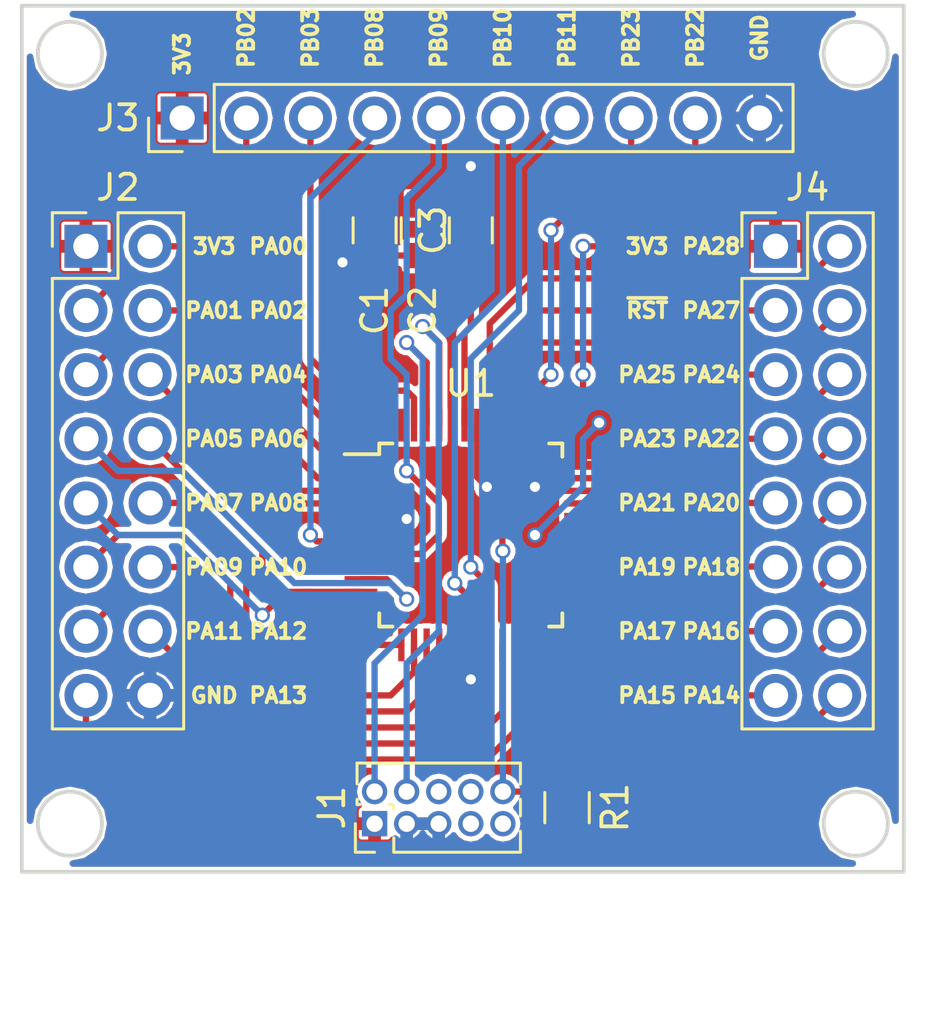
<source format=kicad_pcb>
(kicad_pcb (version 4) (host pcbnew 4.0.7)

  (general
    (links 62)
    (no_connects 0)
    (area 122.479999 83.109999 169.620001 133.425001)
    (thickness 1.6)
    (drawings 50)
    (tracks 293)
    (zones 0)
    (modules 9)
    (nets 47)
  )

  (page A4)
  (layers
    (0 F.Cu signal)
    (31 B.Cu signal hide)
    (32 B.Adhes user)
    (33 F.Adhes user)
    (34 B.Paste user)
    (35 F.Paste user)
    (36 B.SilkS user)
    (37 F.SilkS user)
    (38 B.Mask user)
    (39 F.Mask user)
    (40 Dwgs.User user)
    (41 Cmts.User user)
    (42 Eco1.User user)
    (43 Eco2.User user)
    (44 Edge.Cuts user)
    (45 Margin user)
    (46 B.CrtYd user)
    (47 F.CrtYd user)
    (48 B.Fab user)
    (49 F.Fab user)
  )

  (setup
    (last_trace_width 0.25)
    (trace_clearance 0.2)
    (zone_clearance 0.127)
    (zone_45_only no)
    (trace_min 0.2)
    (segment_width 0.2)
    (edge_width 0.15)
    (via_size 0.6)
    (via_drill 0.4)
    (via_min_size 0.4)
    (via_min_drill 0.3)
    (uvia_size 0.3)
    (uvia_drill 0.1)
    (uvias_allowed no)
    (uvia_min_size 0.2)
    (uvia_min_drill 0.1)
    (pcb_text_width 0.3)
    (pcb_text_size 1.5 1.5)
    (mod_edge_width 0.15)
    (mod_text_size 1 1)
    (mod_text_width 0.15)
    (pad_size 1.524 1.524)
    (pad_drill 0.762)
    (pad_to_mask_clearance 0.2)
    (aux_axis_origin 0 0)
    (grid_origin 161.29 121.92)
    (visible_elements FFFFFF7F)
    (pcbplotparams
      (layerselection 0x00030_80000001)
      (usegerberextensions false)
      (excludeedgelayer true)
      (linewidth 0.100000)
      (plotframeref false)
      (viasonmask false)
      (mode 1)
      (useauxorigin false)
      (hpglpennumber 1)
      (hpglpenspeed 20)
      (hpglpendiameter 15)
      (hpglpenoverlay 2)
      (psnegative false)
      (psa4output false)
      (plotreference true)
      (plotvalue true)
      (plotinvisibletext false)
      (padsonsilk false)
      (subtractmaskfromsilk false)
      (outputformat 1)
      (mirror false)
      (drillshape 1)
      (scaleselection 1)
      (outputdirectory ""))
  )

  (net 0 "")
  (net 1 +3V3)
  (net 2 GND)
  (net 3 "Net-(C3-Pad1)")
  (net 4 /SWDIO)
  (net 5 /SWCLK)
  (net 6 "Net-(J1-Pad6)")
  (net 7 "Net-(J1-Pad7)")
  (net 8 "Net-(J1-Pad8)")
  (net 9 "Net-(J1-Pad9)")
  (net 10 /~RESET)
  (net 11 /PA00)
  (net 12 /PA1)
  (net 13 /PA2)
  (net 14 /PA3)
  (net 15 /PA4)
  (net 16 /PA5)
  (net 17 /PA6)
  (net 18 /PA7)
  (net 19 /PA8)
  (net 20 /PA9)
  (net 21 /PA10)
  (net 22 /PA11)
  (net 23 /PA12)
  (net 24 /PA13)
  (net 25 /PB02)
  (net 26 /PB03)
  (net 27 /PB08)
  (net 28 /PB09)
  (net 29 /PB10)
  (net 30 /PB11)
  (net 31 /PB22)
  (net 32 /PB23)
  (net 33 /PA14)
  (net 34 /PA15)
  (net 35 /PA16)
  (net 36 /PA17)
  (net 37 /PA18)
  (net 38 /PA19)
  (net 39 /PA20)
  (net 40 /PA21)
  (net 41 /PA22)
  (net 42 /PA23)
  (net 43 /PA24)
  (net 44 /PA25)
  (net 45 /PA27)
  (net 46 /PA28)

  (net_class Default "Ceci est la Netclass par défaut"
    (clearance 0.2)
    (trace_width 0.25)
    (via_dia 0.6)
    (via_drill 0.4)
    (uvia_dia 0.3)
    (uvia_drill 0.1)
    (add_net +3V3)
    (add_net /PA00)
    (add_net /PA1)
    (add_net /PA10)
    (add_net /PA11)
    (add_net /PA12)
    (add_net /PA13)
    (add_net /PA14)
    (add_net /PA15)
    (add_net /PA16)
    (add_net /PA17)
    (add_net /PA18)
    (add_net /PA19)
    (add_net /PA2)
    (add_net /PA20)
    (add_net /PA21)
    (add_net /PA22)
    (add_net /PA23)
    (add_net /PA24)
    (add_net /PA25)
    (add_net /PA27)
    (add_net /PA28)
    (add_net /PA3)
    (add_net /PA4)
    (add_net /PA5)
    (add_net /PA6)
    (add_net /PA7)
    (add_net /PA8)
    (add_net /PA9)
    (add_net /PB02)
    (add_net /PB03)
    (add_net /PB08)
    (add_net /PB09)
    (add_net /PB10)
    (add_net /PB11)
    (add_net /PB22)
    (add_net /PB23)
    (add_net /SWCLK)
    (add_net /SWDIO)
    (add_net /~RESET)
    (add_net GND)
    (add_net "Net-(C3-Pad1)")
    (add_net "Net-(J1-Pad6)")
    (add_net "Net-(J1-Pad7)")
    (add_net "Net-(J1-Pad8)")
    (add_net "Net-(J1-Pad9)")
  )

  (module Capacitors_SMD:C_0805 (layer F.Cu) (tedit 5AA5413C) (tstamp 5AA4FE51)
    (at 142.24 95.885 270)
    (descr "Capacitor SMD 0805, reflow soldering, AVX (see smccp.pdf)")
    (tags "capacitor 0805")
    (path /5AA3A775)
    (attr smd)
    (fp_text reference C1 (at 3.175 0 270) (layer F.SilkS)
      (effects (font (size 1 1) (thickness 0.15)))
    )
    (fp_text value 1uF (at 0 1.75 270) (layer F.Fab)
      (effects (font (size 1 1) (thickness 0.15)))
    )
    (fp_text user %R (at 0 -1.5 270) (layer F.Fab)
      (effects (font (size 1 1) (thickness 0.15)))
    )
    (fp_line (start -1 0.62) (end -1 -0.62) (layer F.Fab) (width 0.1))
    (fp_line (start 1 0.62) (end -1 0.62) (layer F.Fab) (width 0.1))
    (fp_line (start 1 -0.62) (end 1 0.62) (layer F.Fab) (width 0.1))
    (fp_line (start -1 -0.62) (end 1 -0.62) (layer F.Fab) (width 0.1))
    (fp_line (start 0.5 -0.85) (end -0.5 -0.85) (layer F.SilkS) (width 0.12))
    (fp_line (start -0.5 0.85) (end 0.5 0.85) (layer F.SilkS) (width 0.12))
    (fp_line (start -1.75 -0.88) (end 1.75 -0.88) (layer F.CrtYd) (width 0.05))
    (fp_line (start -1.75 -0.88) (end -1.75 0.87) (layer F.CrtYd) (width 0.05))
    (fp_line (start 1.75 0.87) (end 1.75 -0.88) (layer F.CrtYd) (width 0.05))
    (fp_line (start 1.75 0.87) (end -1.75 0.87) (layer F.CrtYd) (width 0.05))
    (pad 1 smd rect (at -1 0 270) (size 1 1.25) (layers F.Cu F.Paste F.Mask)
      (net 1 +3V3))
    (pad 2 smd rect (at 1 0 270) (size 1 1.25) (layers F.Cu F.Paste F.Mask)
      (net 2 GND))
    (model Capacitors_SMD.3dshapes/C_0805.wrl
      (at (xyz 0 0 0))
      (scale (xyz 1 1 1))
      (rotate (xyz 0 0 0))
    )
  )

  (module Capacitors_SMD:C_0805 (layer F.Cu) (tedit 5AA54141) (tstamp 5AA4FE57)
    (at 144.145 95.885 270)
    (descr "Capacitor SMD 0805, reflow soldering, AVX (see smccp.pdf)")
    (tags "capacitor 0805")
    (path /5AA3A8AA)
    (attr smd)
    (fp_text reference C2 (at 3.175 0 270) (layer F.SilkS)
      (effects (font (size 1 1) (thickness 0.15)))
    )
    (fp_text value 100nF (at 0 1.75 270) (layer F.Fab)
      (effects (font (size 1 1) (thickness 0.15)))
    )
    (fp_text user %R (at 0 -1.5 270) (layer F.Fab)
      (effects (font (size 1 1) (thickness 0.15)))
    )
    (fp_line (start -1 0.62) (end -1 -0.62) (layer F.Fab) (width 0.1))
    (fp_line (start 1 0.62) (end -1 0.62) (layer F.Fab) (width 0.1))
    (fp_line (start 1 -0.62) (end 1 0.62) (layer F.Fab) (width 0.1))
    (fp_line (start -1 -0.62) (end 1 -0.62) (layer F.Fab) (width 0.1))
    (fp_line (start 0.5 -0.85) (end -0.5 -0.85) (layer F.SilkS) (width 0.12))
    (fp_line (start -0.5 0.85) (end 0.5 0.85) (layer F.SilkS) (width 0.12))
    (fp_line (start -1.75 -0.88) (end 1.75 -0.88) (layer F.CrtYd) (width 0.05))
    (fp_line (start -1.75 -0.88) (end -1.75 0.87) (layer F.CrtYd) (width 0.05))
    (fp_line (start 1.75 0.87) (end 1.75 -0.88) (layer F.CrtYd) (width 0.05))
    (fp_line (start 1.75 0.87) (end -1.75 0.87) (layer F.CrtYd) (width 0.05))
    (pad 1 smd rect (at -1 0 270) (size 1 1.25) (layers F.Cu F.Paste F.Mask)
      (net 1 +3V3))
    (pad 2 smd rect (at 1 0 270) (size 1 1.25) (layers F.Cu F.Paste F.Mask)
      (net 2 GND))
    (model Capacitors_SMD.3dshapes/C_0805.wrl
      (at (xyz 0 0 0))
      (scale (xyz 1 1 1))
      (rotate (xyz 0 0 0))
    )
  )

  (module Pin_Headers:Pin_Header_Straight_2x05_Pitch1.27mm (layer F.Cu) (tedit 59650536) (tstamp 5AA4FE6B)
    (at 142.24 119.38 90)
    (descr "Through hole straight pin header, 2x05, 1.27mm pitch, double rows")
    (tags "Through hole pin header THT 2x05 1.27mm double row")
    (path /5AA3AA3B)
    (fp_text reference J1 (at 0.635 -1.695 90) (layer F.SilkS)
      (effects (font (size 1 1) (thickness 0.15)))
    )
    (fp_text value Conn_02x05_Odd_Even (at 0.635 6.775 90) (layer F.Fab)
      (effects (font (size 1 1) (thickness 0.15)))
    )
    (fp_line (start -0.2175 -0.635) (end 2.34 -0.635) (layer F.Fab) (width 0.1))
    (fp_line (start 2.34 -0.635) (end 2.34 5.715) (layer F.Fab) (width 0.1))
    (fp_line (start 2.34 5.715) (end -1.07 5.715) (layer F.Fab) (width 0.1))
    (fp_line (start -1.07 5.715) (end -1.07 0.2175) (layer F.Fab) (width 0.1))
    (fp_line (start -1.07 0.2175) (end -0.2175 -0.635) (layer F.Fab) (width 0.1))
    (fp_line (start -1.13 5.775) (end -0.30753 5.775) (layer F.SilkS) (width 0.12))
    (fp_line (start 1.57753 5.775) (end 2.4 5.775) (layer F.SilkS) (width 0.12))
    (fp_line (start 0.30753 5.775) (end 0.96247 5.775) (layer F.SilkS) (width 0.12))
    (fp_line (start -1.13 0.76) (end -1.13 5.775) (layer F.SilkS) (width 0.12))
    (fp_line (start 2.4 -0.695) (end 2.4 5.775) (layer F.SilkS) (width 0.12))
    (fp_line (start -1.13 0.76) (end -0.563471 0.76) (layer F.SilkS) (width 0.12))
    (fp_line (start 0.563471 0.76) (end 0.706529 0.76) (layer F.SilkS) (width 0.12))
    (fp_line (start 0.76 0.706529) (end 0.76 0.563471) (layer F.SilkS) (width 0.12))
    (fp_line (start 0.76 -0.563471) (end 0.76 -0.695) (layer F.SilkS) (width 0.12))
    (fp_line (start 0.76 -0.695) (end 0.96247 -0.695) (layer F.SilkS) (width 0.12))
    (fp_line (start 1.57753 -0.695) (end 2.4 -0.695) (layer F.SilkS) (width 0.12))
    (fp_line (start -1.13 0) (end -1.13 -0.76) (layer F.SilkS) (width 0.12))
    (fp_line (start -1.13 -0.76) (end 0 -0.76) (layer F.SilkS) (width 0.12))
    (fp_line (start -1.6 -1.15) (end -1.6 6.25) (layer F.CrtYd) (width 0.05))
    (fp_line (start -1.6 6.25) (end 2.85 6.25) (layer F.CrtYd) (width 0.05))
    (fp_line (start 2.85 6.25) (end 2.85 -1.15) (layer F.CrtYd) (width 0.05))
    (fp_line (start 2.85 -1.15) (end -1.6 -1.15) (layer F.CrtYd) (width 0.05))
    (fp_text user %R (at 0.635 2.54 180) (layer F.Fab)
      (effects (font (size 1 1) (thickness 0.15)))
    )
    (pad 1 thru_hole rect (at 0 0 90) (size 1 1) (drill 0.65) (layers *.Cu *.Mask)
      (net 1 +3V3))
    (pad 2 thru_hole oval (at 1.27 0 90) (size 1 1) (drill 0.65) (layers *.Cu *.Mask)
      (net 4 /SWDIO))
    (pad 3 thru_hole oval (at 0 1.27 90) (size 1 1) (drill 0.65) (layers *.Cu *.Mask)
      (net 2 GND))
    (pad 4 thru_hole oval (at 1.27 1.27 90) (size 1 1) (drill 0.65) (layers *.Cu *.Mask)
      (net 5 /SWCLK))
    (pad 5 thru_hole oval (at 0 2.54 90) (size 1 1) (drill 0.65) (layers *.Cu *.Mask)
      (net 2 GND))
    (pad 6 thru_hole oval (at 1.27 2.54 90) (size 1 1) (drill 0.65) (layers *.Cu *.Mask)
      (net 6 "Net-(J1-Pad6)"))
    (pad 7 thru_hole oval (at 0 3.81 90) (size 1 1) (drill 0.65) (layers *.Cu *.Mask)
      (net 7 "Net-(J1-Pad7)"))
    (pad 8 thru_hole oval (at 1.27 3.81 90) (size 1 1) (drill 0.65) (layers *.Cu *.Mask)
      (net 8 "Net-(J1-Pad8)"))
    (pad 9 thru_hole oval (at 0 5.08 90) (size 1 1) (drill 0.65) (layers *.Cu *.Mask)
      (net 9 "Net-(J1-Pad9)"))
    (pad 10 thru_hole oval (at 1.27 5.08 90) (size 1 1) (drill 0.65) (layers *.Cu *.Mask)
      (net 10 /~RESET))
    (model ${KISYS3DMOD}/Pin_Headers.3dshapes/Pin_Header_Straight_2x05_Pitch1.27mm.wrl
      (at (xyz 0 0 0))
      (scale (xyz 1 1 1))
      (rotate (xyz 0 0 0))
    )
  )

  (module Pin_Headers:Pin_Header_Straight_1x10_Pitch2.54mm (layer F.Cu) (tedit 5AA58ED0) (tstamp 5AA4FE8D)
    (at 134.62 91.44 90)
    (descr "Through hole straight pin header, 1x10, 2.54mm pitch, single row")
    (tags "Through hole pin header THT 1x10 2.54mm single row")
    (path /5AA3E7F1)
    (fp_text reference J3 (at 0 -2.54 180) (layer F.SilkS)
      (effects (font (size 1 1) (thickness 0.15)))
    )
    (fp_text value Conn_01x10 (at 0 25.19 90) (layer F.Fab)
      (effects (font (size 1 1) (thickness 0.15)))
    )
    (fp_line (start -0.635 -1.27) (end 1.27 -1.27) (layer F.Fab) (width 0.1))
    (fp_line (start 1.27 -1.27) (end 1.27 24.13) (layer F.Fab) (width 0.1))
    (fp_line (start 1.27 24.13) (end -1.27 24.13) (layer F.Fab) (width 0.1))
    (fp_line (start -1.27 24.13) (end -1.27 -0.635) (layer F.Fab) (width 0.1))
    (fp_line (start -1.27 -0.635) (end -0.635 -1.27) (layer F.Fab) (width 0.1))
    (fp_line (start -1.33 24.19) (end 1.33 24.19) (layer F.SilkS) (width 0.12))
    (fp_line (start -1.33 1.27) (end -1.33 24.19) (layer F.SilkS) (width 0.12))
    (fp_line (start 1.33 1.27) (end 1.33 24.19) (layer F.SilkS) (width 0.12))
    (fp_line (start -1.33 1.27) (end 1.33 1.27) (layer F.SilkS) (width 0.12))
    (fp_line (start -1.33 0) (end -1.33 -1.33) (layer F.SilkS) (width 0.12))
    (fp_line (start -1.33 -1.33) (end 0 -1.33) (layer F.SilkS) (width 0.12))
    (fp_line (start -1.8 -1.8) (end -1.8 24.65) (layer F.CrtYd) (width 0.05))
    (fp_line (start -1.8 24.65) (end 1.8 24.65) (layer F.CrtYd) (width 0.05))
    (fp_line (start 1.8 24.65) (end 1.8 -1.8) (layer F.CrtYd) (width 0.05))
    (fp_line (start 1.8 -1.8) (end -1.8 -1.8) (layer F.CrtYd) (width 0.05))
    (fp_text user %R (at 0 11.43 180) (layer F.Fab)
      (effects (font (size 1 1) (thickness 0.15)))
    )
    (pad 1 thru_hole rect (at 0 0 90) (size 1.7 1.7) (drill 1) (layers *.Cu *.Mask)
      (net 1 +3V3))
    (pad 2 thru_hole oval (at 0 2.54 90) (size 1.7 1.7) (drill 1) (layers *.Cu *.Mask)
      (net 26 /PB03))
    (pad 3 thru_hole oval (at 0 5.08 90) (size 1.7 1.7) (drill 1) (layers *.Cu *.Mask)
      (net 25 /PB02))
    (pad 4 thru_hole oval (at 0 7.62 90) (size 1.7 1.7) (drill 1) (layers *.Cu *.Mask)
      (net 27 /PB08))
    (pad 5 thru_hole oval (at 0 10.16 90) (size 1.7 1.7) (drill 1) (layers *.Cu *.Mask)
      (net 28 /PB09))
    (pad 6 thru_hole oval (at 0 12.7 90) (size 1.7 1.7) (drill 1) (layers *.Cu *.Mask)
      (net 29 /PB10))
    (pad 7 thru_hole oval (at 0 15.24 90) (size 1.7 1.7) (drill 1) (layers *.Cu *.Mask)
      (net 30 /PB11))
    (pad 8 thru_hole oval (at 0 17.78 90) (size 1.7 1.7) (drill 1) (layers *.Cu *.Mask)
      (net 32 /PB23))
    (pad 9 thru_hole oval (at 0 20.32 90) (size 1.7 1.7) (drill 1) (layers *.Cu *.Mask)
      (net 31 /PB22))
    (pad 10 thru_hole oval (at 0 22.86 90) (size 1.7 1.7) (drill 1) (layers *.Cu *.Mask)
      (net 2 GND))
    (model ${KISYS3DMOD}/Pin_Headers.3dshapes/Pin_Header_Straight_1x10_Pitch2.54mm.wrl
      (at (xyz 0 0 0))
      (scale (xyz 1 1 1))
      (rotate (xyz 0 0 0))
    )
  )

  (module Resistors_SMD:R_0805 (layer F.Cu) (tedit 5AA5411E) (tstamp 5AA4FEA7)
    (at 149.86 118.745 90)
    (descr "Resistor SMD 0805, reflow soldering, Vishay (see dcrcw.pdf)")
    (tags "resistor 0805")
    (path /5AA3AE6D)
    (attr smd)
    (fp_text reference R1 (at 0 1.905 90) (layer F.SilkS)
      (effects (font (size 1 1) (thickness 0.15)))
    )
    (fp_text value 4K7 (at 0 1.75 90) (layer F.Fab)
      (effects (font (size 1 1) (thickness 0.15)))
    )
    (fp_text user %R (at 0 0 90) (layer F.Fab)
      (effects (font (size 0.5 0.5) (thickness 0.075)))
    )
    (fp_line (start -1 0.62) (end -1 -0.62) (layer F.Fab) (width 0.1))
    (fp_line (start 1 0.62) (end -1 0.62) (layer F.Fab) (width 0.1))
    (fp_line (start 1 -0.62) (end 1 0.62) (layer F.Fab) (width 0.1))
    (fp_line (start -1 -0.62) (end 1 -0.62) (layer F.Fab) (width 0.1))
    (fp_line (start 0.6 0.88) (end -0.6 0.88) (layer F.SilkS) (width 0.12))
    (fp_line (start -0.6 -0.88) (end 0.6 -0.88) (layer F.SilkS) (width 0.12))
    (fp_line (start -1.55 -0.9) (end 1.55 -0.9) (layer F.CrtYd) (width 0.05))
    (fp_line (start -1.55 -0.9) (end -1.55 0.9) (layer F.CrtYd) (width 0.05))
    (fp_line (start 1.55 0.9) (end 1.55 -0.9) (layer F.CrtYd) (width 0.05))
    (fp_line (start 1.55 0.9) (end -1.55 0.9) (layer F.CrtYd) (width 0.05))
    (pad 1 smd rect (at -0.95 0 90) (size 0.7 1.3) (layers F.Cu F.Paste F.Mask)
      (net 1 +3V3))
    (pad 2 smd rect (at 0.95 0 90) (size 0.7 1.3) (layers F.Cu F.Paste F.Mask)
      (net 10 /~RESET))
    (model ${KISYS3DMOD}/Resistors_SMD.3dshapes/R_0805.wrl
      (at (xyz 0 0 0))
      (scale (xyz 1 1 1))
      (rotate (xyz 0 0 0))
    )
  )

  (module Housings_QFP:TQFP-48_7x7mm_Pitch0.5mm (layer F.Cu) (tedit 58CC9A48) (tstamp 5AA4FEDB)
    (at 146.05 107.95)
    (descr "48 LEAD TQFP 7x7mm (see MICREL TQFP7x7-48LD-PL-1.pdf)")
    (tags "QFP 0.5")
    (path /5AA39F75)
    (attr smd)
    (fp_text reference U1 (at 0 -6) (layer F.SilkS)
      (effects (font (size 1 1) (thickness 0.15)))
    )
    (fp_text value SAMD20G18A-AU (at 0 6) (layer F.Fab)
      (effects (font (size 1 1) (thickness 0.15)))
    )
    (fp_text user %R (at 0 0) (layer F.Fab)
      (effects (font (size 1 1) (thickness 0.15)))
    )
    (fp_line (start -2.5 -3.5) (end 3.5 -3.5) (layer F.Fab) (width 0.15))
    (fp_line (start 3.5 -3.5) (end 3.5 3.5) (layer F.Fab) (width 0.15))
    (fp_line (start 3.5 3.5) (end -3.5 3.5) (layer F.Fab) (width 0.15))
    (fp_line (start -3.5 3.5) (end -3.5 -2.5) (layer F.Fab) (width 0.15))
    (fp_line (start -3.5 -2.5) (end -2.5 -3.5) (layer F.Fab) (width 0.15))
    (fp_line (start -5.25 -5.25) (end -5.25 5.25) (layer F.CrtYd) (width 0.05))
    (fp_line (start 5.25 -5.25) (end 5.25 5.25) (layer F.CrtYd) (width 0.05))
    (fp_line (start -5.25 -5.25) (end 5.25 -5.25) (layer F.CrtYd) (width 0.05))
    (fp_line (start -5.25 5.25) (end 5.25 5.25) (layer F.CrtYd) (width 0.05))
    (fp_line (start -3.625 -3.625) (end -3.625 -3.2) (layer F.SilkS) (width 0.15))
    (fp_line (start 3.625 -3.625) (end 3.625 -3.1) (layer F.SilkS) (width 0.15))
    (fp_line (start 3.625 3.625) (end 3.625 3.1) (layer F.SilkS) (width 0.15))
    (fp_line (start -3.625 3.625) (end -3.625 3.1) (layer F.SilkS) (width 0.15))
    (fp_line (start -3.625 -3.625) (end -3.1 -3.625) (layer F.SilkS) (width 0.15))
    (fp_line (start -3.625 3.625) (end -3.1 3.625) (layer F.SilkS) (width 0.15))
    (fp_line (start 3.625 3.625) (end 3.1 3.625) (layer F.SilkS) (width 0.15))
    (fp_line (start 3.625 -3.625) (end 3.1 -3.625) (layer F.SilkS) (width 0.15))
    (fp_line (start -3.625 -3.2) (end -5 -3.2) (layer F.SilkS) (width 0.15))
    (pad 1 smd rect (at -4.35 -2.75) (size 1.3 0.25) (layers F.Cu F.Paste F.Mask)
      (net 11 /PA00))
    (pad 2 smd rect (at -4.35 -2.25) (size 1.3 0.25) (layers F.Cu F.Paste F.Mask)
      (net 12 /PA1))
    (pad 3 smd rect (at -4.35 -1.75) (size 1.3 0.25) (layers F.Cu F.Paste F.Mask)
      (net 13 /PA2))
    (pad 4 smd rect (at -4.35 -1.25) (size 1.3 0.25) (layers F.Cu F.Paste F.Mask)
      (net 14 /PA3))
    (pad 5 smd rect (at -4.35 -0.75) (size 1.3 0.25) (layers F.Cu F.Paste F.Mask)
      (net 2 GND))
    (pad 6 smd rect (at -4.35 -0.25) (size 1.3 0.25) (layers F.Cu F.Paste F.Mask)
      (net 1 +3V3))
    (pad 7 smd rect (at -4.35 0.25) (size 1.3 0.25) (layers F.Cu F.Paste F.Mask)
      (net 27 /PB08))
    (pad 8 smd rect (at -4.35 0.75) (size 1.3 0.25) (layers F.Cu F.Paste F.Mask)
      (net 28 /PB09))
    (pad 9 smd rect (at -4.35 1.25) (size 1.3 0.25) (layers F.Cu F.Paste F.Mask)
      (net 15 /PA4))
    (pad 10 smd rect (at -4.35 1.75) (size 1.3 0.25) (layers F.Cu F.Paste F.Mask)
      (net 16 /PA5))
    (pad 11 smd rect (at -4.35 2.25) (size 1.3 0.25) (layers F.Cu F.Paste F.Mask)
      (net 17 /PA6))
    (pad 12 smd rect (at -4.35 2.75) (size 1.3 0.25) (layers F.Cu F.Paste F.Mask)
      (net 18 /PA7))
    (pad 13 smd rect (at -2.75 4.35 90) (size 1.3 0.25) (layers F.Cu F.Paste F.Mask)
      (net 19 /PA8))
    (pad 14 smd rect (at -2.25 4.35 90) (size 1.3 0.25) (layers F.Cu F.Paste F.Mask)
      (net 20 /PA9))
    (pad 15 smd rect (at -1.75 4.35 90) (size 1.3 0.25) (layers F.Cu F.Paste F.Mask)
      (net 21 /PA10))
    (pad 16 smd rect (at -1.25 4.35 90) (size 1.3 0.25) (layers F.Cu F.Paste F.Mask)
      (net 22 /PA11))
    (pad 17 smd rect (at -0.75 4.35 90) (size 1.3 0.25) (layers F.Cu F.Paste F.Mask)
      (net 1 +3V3))
    (pad 18 smd rect (at -0.25 4.35 90) (size 1.3 0.25) (layers F.Cu F.Paste F.Mask)
      (net 2 GND))
    (pad 19 smd rect (at 0.25 4.35 90) (size 1.3 0.25) (layers F.Cu F.Paste F.Mask)
      (net 29 /PB10))
    (pad 20 smd rect (at 0.75 4.35 90) (size 1.3 0.25) (layers F.Cu F.Paste F.Mask)
      (net 30 /PB11))
    (pad 21 smd rect (at 1.25 4.35 90) (size 1.3 0.25) (layers F.Cu F.Paste F.Mask)
      (net 23 /PA12))
    (pad 22 smd rect (at 1.75 4.35 90) (size 1.3 0.25) (layers F.Cu F.Paste F.Mask)
      (net 24 /PA13))
    (pad 23 smd rect (at 2.25 4.35 90) (size 1.3 0.25) (layers F.Cu F.Paste F.Mask)
      (net 33 /PA14))
    (pad 24 smd rect (at 2.75 4.35 90) (size 1.3 0.25) (layers F.Cu F.Paste F.Mask)
      (net 34 /PA15))
    (pad 25 smd rect (at 4.35 2.75) (size 1.3 0.25) (layers F.Cu F.Paste F.Mask)
      (net 35 /PA16))
    (pad 26 smd rect (at 4.35 2.25) (size 1.3 0.25) (layers F.Cu F.Paste F.Mask)
      (net 36 /PA17))
    (pad 27 smd rect (at 4.35 1.75) (size 1.3 0.25) (layers F.Cu F.Paste F.Mask)
      (net 37 /PA18))
    (pad 28 smd rect (at 4.35 1.25) (size 1.3 0.25) (layers F.Cu F.Paste F.Mask)
      (net 38 /PA19))
    (pad 29 smd rect (at 4.35 0.75) (size 1.3 0.25) (layers F.Cu F.Paste F.Mask)
      (net 39 /PA20))
    (pad 30 smd rect (at 4.35 0.25) (size 1.3 0.25) (layers F.Cu F.Paste F.Mask)
      (net 40 /PA21))
    (pad 31 smd rect (at 4.35 -0.25) (size 1.3 0.25) (layers F.Cu F.Paste F.Mask)
      (net 41 /PA22))
    (pad 32 smd rect (at 4.35 -0.75) (size 1.3 0.25) (layers F.Cu F.Paste F.Mask)
      (net 42 /PA23))
    (pad 33 smd rect (at 4.35 -1.25) (size 1.3 0.25) (layers F.Cu F.Paste F.Mask)
      (net 43 /PA24))
    (pad 34 smd rect (at 4.35 -1.75) (size 1.3 0.25) (layers F.Cu F.Paste F.Mask)
      (net 44 /PA25))
    (pad 35 smd rect (at 4.35 -2.25) (size 1.3 0.25) (layers F.Cu F.Paste F.Mask)
      (net 2 GND))
    (pad 36 smd rect (at 4.35 -2.75) (size 1.3 0.25) (layers F.Cu F.Paste F.Mask)
      (net 1 +3V3))
    (pad 37 smd rect (at 2.75 -4.35 90) (size 1.3 0.25) (layers F.Cu F.Paste F.Mask)
      (net 31 /PB22))
    (pad 38 smd rect (at 2.25 -4.35 90) (size 1.3 0.25) (layers F.Cu F.Paste F.Mask)
      (net 32 /PB23))
    (pad 39 smd rect (at 1.75 -4.35 90) (size 1.3 0.25) (layers F.Cu F.Paste F.Mask)
      (net 45 /PA27))
    (pad 40 smd rect (at 1.25 -4.35 90) (size 1.3 0.25) (layers F.Cu F.Paste F.Mask)
      (net 10 /~RESET))
    (pad 41 smd rect (at 0.75 -4.35 90) (size 1.3 0.25) (layers F.Cu F.Paste F.Mask)
      (net 46 /PA28))
    (pad 42 smd rect (at 0.25 -4.35 90) (size 1.3 0.25) (layers F.Cu F.Paste F.Mask)
      (net 2 GND))
    (pad 43 smd rect (at -0.25 -4.35 90) (size 1.3 0.25) (layers F.Cu F.Paste F.Mask)
      (net 3 "Net-(C3-Pad1)"))
    (pad 44 smd rect (at -0.75 -4.35 90) (size 1.3 0.25) (layers F.Cu F.Paste F.Mask)
      (net 1 +3V3))
    (pad 45 smd rect (at -1.25 -4.35 90) (size 1.3 0.25) (layers F.Cu F.Paste F.Mask)
      (net 5 /SWCLK))
    (pad 46 smd rect (at -1.75 -4.35 90) (size 1.3 0.25) (layers F.Cu F.Paste F.Mask)
      (net 4 /SWDIO))
    (pad 47 smd rect (at -2.25 -4.35 90) (size 1.3 0.25) (layers F.Cu F.Paste F.Mask)
      (net 25 /PB02))
    (pad 48 smd rect (at -2.75 -4.35 90) (size 1.3 0.25) (layers F.Cu F.Paste F.Mask)
      (net 26 /PB03))
    (model ${KISYS3DMOD}/Housings_QFP.3dshapes/TQFP-48_7x7mm_Pitch0.5mm.wrl
      (at (xyz 0 0 0))
      (scale (xyz 1 1 1))
      (rotate (xyz 0 0 0))
    )
  )

  (module Capacitors_SMD:C_0805 (layer F.Cu) (tedit 58AA8463) (tstamp 5AA53569)
    (at 146.05 95.885 90)
    (descr "Capacitor SMD 0805, reflow soldering, AVX (see smccp.pdf)")
    (tags "capacitor 0805")
    (path /5AA3A607)
    (attr smd)
    (fp_text reference C3 (at 0 -1.5 90) (layer F.SilkS)
      (effects (font (size 1 1) (thickness 0.15)))
    )
    (fp_text value 1uF (at 0 1.75 90) (layer F.Fab)
      (effects (font (size 1 1) (thickness 0.15)))
    )
    (fp_text user %R (at 0 -1.5 90) (layer F.Fab)
      (effects (font (size 1 1) (thickness 0.15)))
    )
    (fp_line (start -1 0.62) (end -1 -0.62) (layer F.Fab) (width 0.1))
    (fp_line (start 1 0.62) (end -1 0.62) (layer F.Fab) (width 0.1))
    (fp_line (start 1 -0.62) (end 1 0.62) (layer F.Fab) (width 0.1))
    (fp_line (start -1 -0.62) (end 1 -0.62) (layer F.Fab) (width 0.1))
    (fp_line (start 0.5 -0.85) (end -0.5 -0.85) (layer F.SilkS) (width 0.12))
    (fp_line (start -0.5 0.85) (end 0.5 0.85) (layer F.SilkS) (width 0.12))
    (fp_line (start -1.75 -0.88) (end 1.75 -0.88) (layer F.CrtYd) (width 0.05))
    (fp_line (start -1.75 -0.88) (end -1.75 0.87) (layer F.CrtYd) (width 0.05))
    (fp_line (start 1.75 0.87) (end 1.75 -0.88) (layer F.CrtYd) (width 0.05))
    (fp_line (start 1.75 0.87) (end -1.75 0.87) (layer F.CrtYd) (width 0.05))
    (pad 1 smd rect (at -1 0 90) (size 1 1.25) (layers F.Cu F.Paste F.Mask)
      (net 3 "Net-(C3-Pad1)"))
    (pad 2 smd rect (at 1 0 90) (size 1 1.25) (layers F.Cu F.Paste F.Mask)
      (net 2 GND))
    (model Capacitors_SMD.3dshapes/C_0805.wrl
      (at (xyz 0 0 0))
      (scale (xyz 1 1 1))
      (rotate (xyz 0 0 0))
    )
  )

  (module Pin_Headers:Pin_Header_Straight_2x08_Pitch2.54mm (layer F.Cu) (tedit 59650532) (tstamp 5AA55103)
    (at 130.81 96.52)
    (descr "Through hole straight pin header, 2x08, 2.54mm pitch, double rows")
    (tags "Through hole pin header THT 2x08 2.54mm double row")
    (path /5AA3DDB7)
    (fp_text reference J2 (at 1.27 -2.33) (layer F.SilkS)
      (effects (font (size 1 1) (thickness 0.15)))
    )
    (fp_text value Conn_02x08 (at 1.27 20.11) (layer F.Fab)
      (effects (font (size 1 1) (thickness 0.15)))
    )
    (fp_line (start 0 -1.27) (end 3.81 -1.27) (layer F.Fab) (width 0.1))
    (fp_line (start 3.81 -1.27) (end 3.81 19.05) (layer F.Fab) (width 0.1))
    (fp_line (start 3.81 19.05) (end -1.27 19.05) (layer F.Fab) (width 0.1))
    (fp_line (start -1.27 19.05) (end -1.27 0) (layer F.Fab) (width 0.1))
    (fp_line (start -1.27 0) (end 0 -1.27) (layer F.Fab) (width 0.1))
    (fp_line (start -1.33 19.11) (end 3.87 19.11) (layer F.SilkS) (width 0.12))
    (fp_line (start -1.33 1.27) (end -1.33 19.11) (layer F.SilkS) (width 0.12))
    (fp_line (start 3.87 -1.33) (end 3.87 19.11) (layer F.SilkS) (width 0.12))
    (fp_line (start -1.33 1.27) (end 1.27 1.27) (layer F.SilkS) (width 0.12))
    (fp_line (start 1.27 1.27) (end 1.27 -1.33) (layer F.SilkS) (width 0.12))
    (fp_line (start 1.27 -1.33) (end 3.87 -1.33) (layer F.SilkS) (width 0.12))
    (fp_line (start -1.33 0) (end -1.33 -1.33) (layer F.SilkS) (width 0.12))
    (fp_line (start -1.33 -1.33) (end 0 -1.33) (layer F.SilkS) (width 0.12))
    (fp_line (start -1.8 -1.8) (end -1.8 19.55) (layer F.CrtYd) (width 0.05))
    (fp_line (start -1.8 19.55) (end 4.35 19.55) (layer F.CrtYd) (width 0.05))
    (fp_line (start 4.35 19.55) (end 4.35 -1.8) (layer F.CrtYd) (width 0.05))
    (fp_line (start 4.35 -1.8) (end -1.8 -1.8) (layer F.CrtYd) (width 0.05))
    (fp_text user %R (at 1.27 8.89 90) (layer F.Fab)
      (effects (font (size 1 1) (thickness 0.15)))
    )
    (pad 1 thru_hole rect (at 0 0) (size 1.7 1.7) (drill 1) (layers *.Cu *.Mask)
      (net 1 +3V3))
    (pad 2 thru_hole oval (at 2.54 0) (size 1.7 1.7) (drill 1) (layers *.Cu *.Mask)
      (net 11 /PA00))
    (pad 3 thru_hole oval (at 0 2.54) (size 1.7 1.7) (drill 1) (layers *.Cu *.Mask)
      (net 12 /PA1))
    (pad 4 thru_hole oval (at 2.54 2.54) (size 1.7 1.7) (drill 1) (layers *.Cu *.Mask)
      (net 13 /PA2))
    (pad 5 thru_hole oval (at 0 5.08) (size 1.7 1.7) (drill 1) (layers *.Cu *.Mask)
      (net 14 /PA3))
    (pad 6 thru_hole oval (at 2.54 5.08) (size 1.7 1.7) (drill 1) (layers *.Cu *.Mask)
      (net 15 /PA4))
    (pad 7 thru_hole oval (at 0 7.62) (size 1.7 1.7) (drill 1) (layers *.Cu *.Mask)
      (net 16 /PA5))
    (pad 8 thru_hole oval (at 2.54 7.62) (size 1.7 1.7) (drill 1) (layers *.Cu *.Mask)
      (net 17 /PA6))
    (pad 9 thru_hole oval (at 0 10.16) (size 1.7 1.7) (drill 1) (layers *.Cu *.Mask)
      (net 18 /PA7))
    (pad 10 thru_hole oval (at 2.54 10.16) (size 1.7 1.7) (drill 1) (layers *.Cu *.Mask)
      (net 19 /PA8))
    (pad 11 thru_hole oval (at 0 12.7) (size 1.7 1.7) (drill 1) (layers *.Cu *.Mask)
      (net 20 /PA9))
    (pad 12 thru_hole oval (at 2.54 12.7) (size 1.7 1.7) (drill 1) (layers *.Cu *.Mask)
      (net 21 /PA10))
    (pad 13 thru_hole oval (at 0 15.24) (size 1.7 1.7) (drill 1) (layers *.Cu *.Mask)
      (net 22 /PA11))
    (pad 14 thru_hole oval (at 2.54 15.24) (size 1.7 1.7) (drill 1) (layers *.Cu *.Mask)
      (net 23 /PA12))
    (pad 15 thru_hole oval (at 0 17.78) (size 1.7 1.7) (drill 1) (layers *.Cu *.Mask)
      (net 24 /PA13))
    (pad 16 thru_hole oval (at 2.54 17.78) (size 1.7 1.7) (drill 1) (layers *.Cu *.Mask)
      (net 2 GND))
    (model ${KISYS3DMOD}/Pin_Headers.3dshapes/Pin_Header_Straight_2x08_Pitch2.54mm.wrl
      (at (xyz 0 0 0))
      (scale (xyz 1 1 1))
      (rotate (xyz 0 0 0))
    )
  )

  (module Pin_Headers:Pin_Header_Straight_2x08_Pitch2.54mm (layer F.Cu) (tedit 59650532) (tstamp 5AA55128)
    (at 158.115 96.52)
    (descr "Through hole straight pin header, 2x08, 2.54mm pitch, double rows")
    (tags "Through hole pin header THT 2x08 2.54mm double row")
    (path /5AA3E2BB)
    (fp_text reference J4 (at 1.27 -2.33) (layer F.SilkS)
      (effects (font (size 1 1) (thickness 0.15)))
    )
    (fp_text value Conn_02x08 (at 1.27 20.11) (layer F.Fab)
      (effects (font (size 1 1) (thickness 0.15)))
    )
    (fp_line (start 0 -1.27) (end 3.81 -1.27) (layer F.Fab) (width 0.1))
    (fp_line (start 3.81 -1.27) (end 3.81 19.05) (layer F.Fab) (width 0.1))
    (fp_line (start 3.81 19.05) (end -1.27 19.05) (layer F.Fab) (width 0.1))
    (fp_line (start -1.27 19.05) (end -1.27 0) (layer F.Fab) (width 0.1))
    (fp_line (start -1.27 0) (end 0 -1.27) (layer F.Fab) (width 0.1))
    (fp_line (start -1.33 19.11) (end 3.87 19.11) (layer F.SilkS) (width 0.12))
    (fp_line (start -1.33 1.27) (end -1.33 19.11) (layer F.SilkS) (width 0.12))
    (fp_line (start 3.87 -1.33) (end 3.87 19.11) (layer F.SilkS) (width 0.12))
    (fp_line (start -1.33 1.27) (end 1.27 1.27) (layer F.SilkS) (width 0.12))
    (fp_line (start 1.27 1.27) (end 1.27 -1.33) (layer F.SilkS) (width 0.12))
    (fp_line (start 1.27 -1.33) (end 3.87 -1.33) (layer F.SilkS) (width 0.12))
    (fp_line (start -1.33 0) (end -1.33 -1.33) (layer F.SilkS) (width 0.12))
    (fp_line (start -1.33 -1.33) (end 0 -1.33) (layer F.SilkS) (width 0.12))
    (fp_line (start -1.8 -1.8) (end -1.8 19.55) (layer F.CrtYd) (width 0.05))
    (fp_line (start -1.8 19.55) (end 4.35 19.55) (layer F.CrtYd) (width 0.05))
    (fp_line (start 4.35 19.55) (end 4.35 -1.8) (layer F.CrtYd) (width 0.05))
    (fp_line (start 4.35 -1.8) (end -1.8 -1.8) (layer F.CrtYd) (width 0.05))
    (fp_text user %R (at 1.27 8.89 90) (layer F.Fab)
      (effects (font (size 1 1) (thickness 0.15)))
    )
    (pad 1 thru_hole rect (at 0 0) (size 1.7 1.7) (drill 1) (layers *.Cu *.Mask)
      (net 1 +3V3))
    (pad 2 thru_hole oval (at 2.54 0) (size 1.7 1.7) (drill 1) (layers *.Cu *.Mask)
      (net 46 /PA28))
    (pad 3 thru_hole oval (at 0 2.54) (size 1.7 1.7) (drill 1) (layers *.Cu *.Mask)
      (net 10 /~RESET))
    (pad 4 thru_hole oval (at 2.54 2.54) (size 1.7 1.7) (drill 1) (layers *.Cu *.Mask)
      (net 45 /PA27))
    (pad 5 thru_hole oval (at 0 5.08) (size 1.7 1.7) (drill 1) (layers *.Cu *.Mask)
      (net 44 /PA25))
    (pad 6 thru_hole oval (at 2.54 5.08) (size 1.7 1.7) (drill 1) (layers *.Cu *.Mask)
      (net 43 /PA24))
    (pad 7 thru_hole oval (at 0 7.62) (size 1.7 1.7) (drill 1) (layers *.Cu *.Mask)
      (net 42 /PA23))
    (pad 8 thru_hole oval (at 2.54 7.62) (size 1.7 1.7) (drill 1) (layers *.Cu *.Mask)
      (net 41 /PA22))
    (pad 9 thru_hole oval (at 0 10.16) (size 1.7 1.7) (drill 1) (layers *.Cu *.Mask)
      (net 40 /PA21))
    (pad 10 thru_hole oval (at 2.54 10.16) (size 1.7 1.7) (drill 1) (layers *.Cu *.Mask)
      (net 39 /PA20))
    (pad 11 thru_hole oval (at 0 12.7) (size 1.7 1.7) (drill 1) (layers *.Cu *.Mask)
      (net 38 /PA19))
    (pad 12 thru_hole oval (at 2.54 12.7) (size 1.7 1.7) (drill 1) (layers *.Cu *.Mask)
      (net 37 /PA18))
    (pad 13 thru_hole oval (at 0 15.24) (size 1.7 1.7) (drill 1) (layers *.Cu *.Mask)
      (net 36 /PA17))
    (pad 14 thru_hole oval (at 2.54 15.24) (size 1.7 1.7) (drill 1) (layers *.Cu *.Mask)
      (net 35 /PA16))
    (pad 15 thru_hole oval (at 0 17.78) (size 1.7 1.7) (drill 1) (layers *.Cu *.Mask)
      (net 34 /PA15))
    (pad 16 thru_hole oval (at 2.54 17.78) (size 1.7 1.7) (drill 1) (layers *.Cu *.Mask)
      (net 33 /PA14))
    (model ${KISYS3DMOD}/Pin_Headers.3dshapes/Pin_Header_Straight_2x08_Pitch2.54mm.wrl
      (at (xyz 0 0 0))
      (scale (xyz 1 1 1))
      (rotate (xyz 0 0 0))
    )
  )

  (gr_circle (center 161.29 88.9) (end 162.56 88.9) (layer Edge.Cuts) (width 0.15) (tstamp 5AA5933F))
  (gr_circle (center 130.175 88.9) (end 131.445 88.9) (layer Edge.Cuts) (width 0.15) (tstamp 5AA59337))
  (gr_circle (center 130.175 119.38) (end 131.445 119.38) (layer Edge.Cuts) (width 0.15) (tstamp 5AA59327))
  (gr_circle (center 161.29 119.38) (end 162.56 119.38) (layer Edge.Cuts) (width 0.15))
  (gr_line (start 128.27 86.995) (end 128.27 121.285) (angle 90) (layer Edge.Cuts) (width 0.15))
  (gr_line (start 163.195 121.285) (end 163.195 86.995) (angle 90) (layer Edge.Cuts) (width 0.15))
  (gr_line (start 128.27 86.995) (end 163.195 86.995) (angle 90) (layer Edge.Cuts) (width 0.15))
  (gr_line (start 128.27 121.285) (end 163.195 121.285) (angle 90) (layer Edge.Cuts) (width 0.15))
  (gr_text PA14 (at 155.575 114.3) (layer F.SilkS)
    (effects (font (size 0.6 0.6) (thickness 0.15)))
  )
  (gr_text PA15 (at 153.035 114.3) (layer F.SilkS)
    (effects (font (size 0.6 0.6) (thickness 0.15)))
  )
  (gr_text PA16 (at 155.575 111.76) (layer F.SilkS)
    (effects (font (size 0.6 0.6) (thickness 0.15)))
  )
  (gr_text PA17 (at 153.035 111.76) (layer F.SilkS)
    (effects (font (size 0.6 0.6) (thickness 0.15)))
  )
  (gr_text PA18 (at 155.575 109.22) (layer F.SilkS)
    (effects (font (size 0.6 0.6) (thickness 0.15)))
  )
  (gr_text PA19 (at 153.035 109.22) (layer F.SilkS)
    (effects (font (size 0.6 0.6) (thickness 0.15)))
  )
  (gr_text PA20 (at 155.575 106.68) (layer F.SilkS)
    (effects (font (size 0.6 0.6) (thickness 0.15)))
  )
  (gr_text PA21 (at 153.035 106.68) (layer F.SilkS)
    (effects (font (size 0.6 0.6) (thickness 0.15)))
  )
  (gr_text PA22 (at 155.575 104.14) (layer F.SilkS)
    (effects (font (size 0.6 0.6) (thickness 0.15)))
  )
  (gr_text PA23 (at 153.035 104.14) (layer F.SilkS)
    (effects (font (size 0.6 0.6) (thickness 0.15)))
  )
  (gr_text PA24 (at 155.575 101.6) (layer F.SilkS)
    (effects (font (size 0.6 0.6) (thickness 0.15)))
  )
  (gr_text PA25 (at 153.035 101.6) (layer F.SilkS)
    (effects (font (size 0.6 0.6) (thickness 0.15)))
  )
  (gr_text PA27 (at 155.575 99.06) (layer F.SilkS)
    (effects (font (size 0.6 0.6) (thickness 0.15)))
  )
  (gr_text ~RST (at 153.035 99.06) (layer F.SilkS)
    (effects (font (size 0.6 0.6) (thickness 0.15)))
  )
  (gr_text PA28 (at 155.575 96.52) (layer F.SilkS)
    (effects (font (size 0.6 0.6) (thickness 0.15)))
  )
  (gr_text 3V3 (at 153.035 96.52) (layer F.SilkS)
    (effects (font (size 0.6 0.6) (thickness 0.15)))
  )
  (gr_text PA13 (at 138.43 114.3) (layer F.SilkS)
    (effects (font (size 0.6 0.6) (thickness 0.15)))
  )
  (gr_text GND (at 135.89 114.3) (layer F.SilkS)
    (effects (font (size 0.6 0.6) (thickness 0.15)))
  )
  (gr_text PA12 (at 138.43 111.76) (layer F.SilkS)
    (effects (font (size 0.6 0.6) (thickness 0.15)))
  )
  (gr_text PA11 (at 135.89 111.76) (layer F.SilkS)
    (effects (font (size 0.6 0.6) (thickness 0.15)))
  )
  (gr_text PA10 (at 138.43 109.22) (layer F.SilkS)
    (effects (font (size 0.6 0.6) (thickness 0.15)))
  )
  (gr_text PA09 (at 135.89 109.22) (layer F.SilkS)
    (effects (font (size 0.6 0.6) (thickness 0.15)))
  )
  (gr_text PA08 (at 138.43 106.68) (layer F.SilkS)
    (effects (font (size 0.6 0.6) (thickness 0.15)))
  )
  (gr_text PA07 (at 135.89 106.68) (layer F.SilkS)
    (effects (font (size 0.6 0.6) (thickness 0.15)))
  )
  (gr_text PA06 (at 138.43 104.14) (layer F.SilkS)
    (effects (font (size 0.6 0.6) (thickness 0.15)))
  )
  (gr_text PA05 (at 135.89 104.14) (layer F.SilkS)
    (effects (font (size 0.6 0.6) (thickness 0.15)))
  )
  (gr_text PA04 (at 138.43 101.6) (layer F.SilkS)
    (effects (font (size 0.6 0.6) (thickness 0.15)))
  )
  (gr_text PA03 (at 135.89 101.6) (layer F.SilkS)
    (effects (font (size 0.6 0.6) (thickness 0.15)))
  )
  (gr_text PA02 (at 138.43 99.06) (layer F.SilkS)
    (effects (font (size 0.6 0.6) (thickness 0.15)))
  )
  (gr_text PA01 (at 135.89 99.06) (layer F.SilkS)
    (effects (font (size 0.6 0.6) (thickness 0.15)))
  )
  (gr_text 3V3 (at 135.89 96.52) (layer F.SilkS)
    (effects (font (size 0.6 0.6) (thickness 0.15)))
  )
  (gr_text GND (at 157.48 88.265 90) (layer F.SilkS)
    (effects (font (size 0.6 0.6) (thickness 0.15)))
  )
  (gr_text PB22 (at 154.94 88.265 90) (layer F.SilkS)
    (effects (font (size 0.6 0.6) (thickness 0.15)))
  )
  (gr_text PB23 (at 152.4 88.265 90) (layer F.SilkS)
    (effects (font (size 0.6 0.6) (thickness 0.15)))
  )
  (gr_text PB11 (at 149.86 88.265 90) (layer F.SilkS)
    (effects (font (size 0.6 0.6) (thickness 0.15)))
  )
  (gr_text PB10 (at 147.32 88.265 90) (layer F.SilkS)
    (effects (font (size 0.6 0.6) (thickness 0.15)))
  )
  (gr_text PB09 (at 144.78 88.265 90) (layer F.SilkS)
    (effects (font (size 0.6 0.6) (thickness 0.15)))
  )
  (gr_text PB08 (at 142.24 88.265 90) (layer F.SilkS)
    (effects (font (size 0.6 0.6) (thickness 0.15)))
  )
  (gr_text PB03 (at 139.7 88.265 90) (layer F.SilkS)
    (effects (font (size 0.6 0.6) (thickness 0.15)))
  )
  (gr_text PB02 (at 137.16 88.265 90) (layer F.SilkS)
    (effects (font (size 0.6 0.6) (thickness 0.15)))
  )
  (gr_text 3V3 (at 134.62 88.9 90) (layer F.SilkS)
    (effects (font (size 0.6 0.6) (thickness 0.15)))
  )
  (gr_text PA00 (at 138.43 96.52) (layer F.SilkS)
    (effects (font (size 0.6 0.6) (thickness 0.15)))
  )

  (segment (start 150.4 105.2) (end 150.4 104.235) (width 0.25) (layer F.Cu) (net 1))
  (segment (start 150.4 104.235) (end 151.13 103.505) (width 0.25) (layer F.Cu) (net 1) (tstamp 5AA58A3E))
  (via (at 148.59 107.95) (size 0.6) (drill 0.4) (layers F.Cu B.Cu) (net 1))
  (segment (start 150.495 106.045) (end 148.59 107.95) (width 0.25) (layer B.Cu) (net 1) (tstamp 5AA58A47))
  (segment (start 150.495 104.14) (end 150.495 106.045) (width 0.25) (layer B.Cu) (net 1) (tstamp 5AA58A46))
  (segment (start 151.13 103.505) (end 150.495 104.14) (width 0.25) (layer B.Cu) (net 1) (tstamp 5AA58A45))
  (via (at 151.13 103.505) (size 0.6) (drill 0.4) (layers F.Cu B.Cu) (net 1))
  (segment (start 145.3 103.6) (end 145.3 105.295) (width 0.25) (layer F.Cu) (net 1))
  (segment (start 145.3 105.295) (end 145.415 105.41) (width 0.25) (layer F.Cu) (net 1) (tstamp 5AA58A30))
  (segment (start 150.4 104.235) (end 150.495 104.14) (width 0.25) (layer F.Cu) (net 1) (tstamp 5AA58A09))
  (segment (start 145.3 103.6) (end 145.3 99.58) (width 0.25) (layer F.Cu) (net 1))
  (segment (start 145.3 99.58) (end 144.78 99.06) (width 0.25) (layer F.Cu) (net 1) (tstamp 5AA589F8))
  (segment (start 142.24 96.885) (end 141.24 96.885) (width 0.25) (layer F.Cu) (net 2))
  (via (at 140.97 97.155) (size 0.6) (drill 0.4) (layers F.Cu B.Cu) (net 2))
  (segment (start 141.24 96.885) (end 140.97 97.155) (width 0.25) (layer F.Cu) (net 2) (tstamp 5AA58C9F))
  (segment (start 145.8 112.3) (end 145.8 113.415) (width 0.25) (layer F.Cu) (net 2))
  (via (at 146.05 113.665) (size 0.6) (drill 0.4) (layers F.Cu B.Cu) (net 2))
  (segment (start 145.8 113.415) (end 146.05 113.665) (width 0.25) (layer F.Cu) (net 2) (tstamp 5AA589BC))
  (segment (start 146.05 94.885) (end 146.05 93.345) (width 0.25) (layer F.Cu) (net 2))
  (via (at 146.05 93.345) (size 0.6) (drill 0.4) (layers F.Cu B.Cu) (net 2))
  (segment (start 144.145 96.885) (end 142.24 96.885) (width 0.25) (layer F.Cu) (net 2))
  (segment (start 146.3 103.6) (end 146.3 105.66) (width 0.25) (layer F.Cu) (net 2))
  (via (at 146.685 106.045) (size 0.6) (drill 0.4) (layers F.Cu B.Cu) (net 2))
  (segment (start 146.3 105.66) (end 146.685 106.045) (width 0.25) (layer F.Cu) (net 2) (tstamp 5AA587C5))
  (segment (start 150.4 105.7) (end 148.935 105.7) (width 0.25) (layer F.Cu) (net 2))
  (via (at 148.59 106.045) (size 0.6) (drill 0.4) (layers F.Cu B.Cu) (net 2))
  (segment (start 148.935 105.7) (end 148.59 106.045) (width 0.25) (layer F.Cu) (net 2) (tstamp 5AA587A5))
  (segment (start 141.7 107.2) (end 143.395 107.2) (width 0.25) (layer F.Cu) (net 2))
  (via (at 143.51 107.315) (size 0.6) (drill 0.4) (layers F.Cu B.Cu) (net 2))
  (segment (start 143.395 107.2) (end 143.51 107.315) (width 0.25) (layer F.Cu) (net 2) (tstamp 5AA58794))
  (segment (start 146.05 98.425) (end 146.05 96.885) (width 0.25) (layer F.Cu) (net 3))
  (segment (start 145.8 103.6) (end 145.8 99.945) (width 0.25) (layer F.Cu) (net 3))
  (segment (start 146.05 99.695) (end 146.05 98.425) (width 0.25) (layer F.Cu) (net 3) (tstamp 5AA58521))
  (segment (start 146.05 98.425) (end 146.05 98.155) (width 0.25) (layer F.Cu) (net 3) (tstamp 5AA586BD))
  (segment (start 145.8 99.945) (end 146.05 99.695) (width 0.25) (layer F.Cu) (net 3) (tstamp 5AA5851F))
  (segment (start 144.3 102.235) (end 144.3 101.12) (width 0.25) (layer F.Cu) (net 4))
  (segment (start 144.145 100.965) (end 144.145 102.87) (width 0.25) (layer B.Cu) (net 4) (tstamp 5AA5864B))
  (segment (start 143.51 100.33) (end 144.145 100.965) (width 0.25) (layer B.Cu) (net 4) (tstamp 5AA5864A))
  (via (at 143.51 100.33) (size 0.6) (drill 0.4) (layers F.Cu B.Cu) (net 4))
  (segment (start 144.3 101.12) (end 143.51 100.33) (width 0.25) (layer F.Cu) (net 4) (tstamp 5AA58647))
  (segment (start 144.3 103.6) (end 144.3 102.235) (width 0.25) (layer F.Cu) (net 4))
  (segment (start 142.24 113.03) (end 142.24 118.11) (width 0.25) (layer B.Cu) (net 4) (tstamp 5AA5860A))
  (segment (start 144.145 111.125) (end 142.24 113.03) (width 0.25) (layer B.Cu) (net 4) (tstamp 5AA585FB))
  (segment (start 144.145 102.87) (end 144.145 111.125) (width 0.25) (layer B.Cu) (net 4) (tstamp 5AA5864E))
  (segment (start 144.8 103.6) (end 144.8 100.35) (width 0.25) (layer F.Cu) (net 5))
  (segment (start 143.51 113.03) (end 143.51 118.11) (width 0.25) (layer B.Cu) (net 5) (tstamp 5AA58672))
  (segment (start 144.78 111.76) (end 143.51 113.03) (width 0.25) (layer B.Cu) (net 5) (tstamp 5AA58669))
  (segment (start 144.78 100.33) (end 144.78 111.76) (width 0.25) (layer B.Cu) (net 5) (tstamp 5AA58668))
  (segment (start 144.145 99.695) (end 144.78 100.33) (width 0.25) (layer B.Cu) (net 5) (tstamp 5AA58667))
  (via (at 144.145 99.695) (size 0.6) (drill 0.4) (layers F.Cu B.Cu) (net 5))
  (segment (start 144.8 100.35) (end 144.145 99.695) (width 0.25) (layer F.Cu) (net 5) (tstamp 5AA58661))
  (segment (start 147.3 104.775) (end 147.32 104.775) (width 0.25) (layer F.Cu) (net 10))
  (segment (start 147.955 106.68) (end 147.3 107.335) (width 0.25) (layer F.Cu) (net 10) (tstamp 5AA587BF))
  (segment (start 147.955 105.41) (end 147.955 106.68) (width 0.25) (layer F.Cu) (net 10) (tstamp 5AA587BE))
  (segment (start 147.32 104.775) (end 147.955 105.41) (width 0.25) (layer F.Cu) (net 10) (tstamp 5AA587BD))
  (segment (start 147.32 118.11) (end 149.545 118.11) (width 0.25) (layer F.Cu) (net 10))
  (segment (start 149.545 118.11) (end 149.86 117.795) (width 0.25) (layer F.Cu) (net 10) (tstamp 5AA586C7))
  (segment (start 147.3 103.6) (end 147.3 104.775) (width 0.25) (layer F.Cu) (net 10))
  (segment (start 147.3 107.335) (end 147.3 108.565) (width 0.25) (layer F.Cu) (net 10) (tstamp 5AA587C3))
  (segment (start 147.32 108.585) (end 147.32 118.11) (width 0.25) (layer B.Cu) (net 10) (tstamp 5AA586C4))
  (via (at 147.32 108.585) (size 0.6) (drill 0.4) (layers F.Cu B.Cu) (net 10))
  (segment (start 147.3 108.565) (end 147.32 108.585) (width 0.25) (layer F.Cu) (net 10) (tstamp 5AA586C1))
  (segment (start 147.3 103.6) (end 147.3 100.35) (width 0.25) (layer F.Cu) (net 10) (status 10))
  (segment (start 148.59 99.06) (end 158.115 99.06) (width 0.25) (layer F.Cu) (net 10) (tstamp 5AA576FE) (status 20))
  (segment (start 147.3 100.35) (end 148.59 99.06) (width 0.25) (layer F.Cu) (net 10) (tstamp 5AA576F9))
  (segment (start 141.7 105.2) (end 140.76 105.2) (width 0.25) (layer F.Cu) (net 11))
  (segment (start 134.62 96.52) (end 133.35 96.52) (width 0.25) (layer F.Cu) (net 11) (tstamp 5AA5846C))
  (segment (start 137.16 99.06) (end 134.62 96.52) (width 0.25) (layer F.Cu) (net 11) (tstamp 5AA58465))
  (segment (start 137.16 101.6) (end 137.16 99.06) (width 0.25) (layer F.Cu) (net 11) (tstamp 5AA58462))
  (segment (start 140.76 105.2) (end 137.16 101.6) (width 0.25) (layer F.Cu) (net 11) (tstamp 5AA5845C))
  (segment (start 141.7 105.7) (end 139.99 105.7) (width 0.25) (layer F.Cu) (net 12))
  (segment (start 132.08 97.79) (end 130.81 99.06) (width 0.25) (layer F.Cu) (net 12) (tstamp 5AA58458))
  (segment (start 134.62 97.79) (end 132.08 97.79) (width 0.25) (layer F.Cu) (net 12) (tstamp 5AA58456))
  (segment (start 136.525 99.695) (end 134.62 97.79) (width 0.25) (layer F.Cu) (net 12) (tstamp 5AA58454))
  (segment (start 136.525 102.235) (end 136.525 99.695) (width 0.25) (layer F.Cu) (net 12) (tstamp 5AA58451))
  (segment (start 139.99 105.7) (end 136.525 102.235) (width 0.25) (layer F.Cu) (net 12) (tstamp 5AA5844E))
  (segment (start 141.7 106.2) (end 139.22 106.2) (width 0.25) (layer F.Cu) (net 13))
  (segment (start 134.62 99.06) (end 133.35 99.06) (width 0.25) (layer F.Cu) (net 13) (tstamp 5AA58445))
  (segment (start 135.89 100.33) (end 134.62 99.06) (width 0.25) (layer F.Cu) (net 13) (tstamp 5AA58443))
  (segment (start 135.89 102.87) (end 135.89 100.33) (width 0.25) (layer F.Cu) (net 13) (tstamp 5AA5843C))
  (segment (start 139.22 106.2) (end 135.89 102.87) (width 0.25) (layer F.Cu) (net 13) (tstamp 5AA58436))
  (segment (start 141.7 106.2) (end 140.49 106.2) (width 0.25) (layer F.Cu) (net 13))
  (segment (start 141.7 106.7) (end 138.45 106.7) (width 0.25) (layer F.Cu) (net 14))
  (segment (start 132.08 100.33) (end 130.81 101.6) (width 0.25) (layer F.Cu) (net 14) (tstamp 5AA58431))
  (segment (start 134.62 100.33) (end 132.08 100.33) (width 0.25) (layer F.Cu) (net 14) (tstamp 5AA58430))
  (segment (start 135.255 100.965) (end 134.62 100.33) (width 0.25) (layer F.Cu) (net 14) (tstamp 5AA5842F))
  (segment (start 135.255 103.505) (end 135.255 100.965) (width 0.25) (layer F.Cu) (net 14) (tstamp 5AA5842A))
  (segment (start 138.45 106.7) (end 135.255 103.505) (width 0.25) (layer F.Cu) (net 14) (tstamp 5AA58422))
  (segment (start 139.7 109.2) (end 139.045 109.2) (width 0.25) (layer F.Cu) (net 15))
  (segment (start 138.43 108.585) (end 138.43 107.95) (width 0.25) (layer F.Cu) (net 15) (tstamp 5AA58756))
  (segment (start 139.045 109.2) (end 138.43 108.585) (width 0.25) (layer F.Cu) (net 15) (tstamp 5AA58755))
  (segment (start 141.7 109.2) (end 139.7 109.2) (width 0.25) (layer F.Cu) (net 15))
  (segment (start 134.62 102.87) (end 133.35 101.6) (width 0.25) (layer F.Cu) (net 15) (tstamp 5AA58415))
  (segment (start 134.62 104.14) (end 134.62 102.87) (width 0.25) (layer F.Cu) (net 15) (tstamp 5AA5840A))
  (segment (start 138.43 107.95) (end 134.62 104.14) (width 0.25) (layer F.Cu) (net 15) (tstamp 5AA5875A))
  (segment (start 141.7 109.2) (end 140.95 109.2) (width 0.25) (layer F.Cu) (net 15))
  (segment (start 141.7 109.7) (end 142.72 109.7) (width 0.25) (layer F.Cu) (net 16))
  (segment (start 132.08 105.41) (end 130.81 104.14) (width 0.25) (layer B.Cu) (net 16) (tstamp 5AA583EF))
  (segment (start 134.62 105.41) (end 132.08 105.41) (width 0.25) (layer B.Cu) (net 16) (tstamp 5AA583ED))
  (segment (start 139.065 109.855) (end 134.62 105.41) (width 0.25) (layer B.Cu) (net 16) (tstamp 5AA583EA))
  (segment (start 142.875 109.855) (end 139.065 109.855) (width 0.25) (layer B.Cu) (net 16) (tstamp 5AA583E8))
  (segment (start 143.51 110.49) (end 142.875 109.855) (width 0.25) (layer B.Cu) (net 16) (tstamp 5AA583E7))
  (via (at 143.51 110.49) (size 0.6) (drill 0.4) (layers F.Cu B.Cu) (net 16))
  (segment (start 142.72 109.7) (end 143.51 110.49) (width 0.25) (layer F.Cu) (net 16) (tstamp 5AA583E2))
  (segment (start 139.7 110.2) (end 138.14 110.2) (width 0.25) (layer F.Cu) (net 17))
  (segment (start 137.795 108.585) (end 133.35 104.14) (width 0.25) (layer F.Cu) (net 17) (tstamp 5AA583BF))
  (segment (start 137.795 109.855) (end 137.795 108.585) (width 0.25) (layer F.Cu) (net 17) (tstamp 5AA583B8))
  (segment (start 138.14 110.2) (end 137.795 109.855) (width 0.25) (layer F.Cu) (net 17) (tstamp 5AA583B6))
  (segment (start 141.7 110.2) (end 139.7 110.2) (width 0.25) (layer F.Cu) (net 17))
  (segment (start 139.7 110.2) (end 139.41 110.2) (width 0.25) (layer F.Cu) (net 17) (tstamp 5AA583B4))
  (segment (start 141.7 110.7) (end 138.22 110.7) (width 0.25) (layer F.Cu) (net 18))
  (segment (start 132.08 107.95) (end 130.81 106.68) (width 0.25) (layer B.Cu) (net 18) (tstamp 5AA583A4))
  (segment (start 134.62 107.95) (end 132.08 107.95) (width 0.25) (layer B.Cu) (net 18) (tstamp 5AA583A2))
  (segment (start 136.525 109.855) (end 134.62 107.95) (width 0.25) (layer B.Cu) (net 18) (tstamp 5AA583A0))
  (segment (start 137.795 111.125) (end 136.525 109.855) (width 0.25) (layer B.Cu) (net 18) (tstamp 5AA5839F))
  (via (at 137.795 111.125) (size 0.6) (drill 0.4) (layers F.Cu B.Cu) (net 18))
  (segment (start 138.22 110.7) (end 137.795 111.125) (width 0.25) (layer F.Cu) (net 18) (tstamp 5AA58398))
  (segment (start 139.065 112.3) (end 137.7 112.3) (width 0.25) (layer F.Cu) (net 19))
  (segment (start 137.16 110.49) (end 137.16 109.22) (width 0.25) (layer F.Cu) (net 19) (tstamp 5AA58218))
  (segment (start 137.16 109.22) (end 134.62 106.68) (width 0.25) (layer F.Cu) (net 19) (tstamp 5AA5821B))
  (segment (start 134.62 106.68) (end 133.35 106.68) (width 0.25) (layer F.Cu) (net 19) (tstamp 5AA58220))
  (segment (start 137.16 111.76) (end 137.16 110.49) (width 0.25) (layer F.Cu) (net 19) (tstamp 5AA5835E))
  (segment (start 137.7 112.3) (end 137.16 111.76) (width 0.25) (layer F.Cu) (net 19) (tstamp 5AA5835D))
  (segment (start 143.3 112.3) (end 139.065 112.3) (width 0.25) (layer F.Cu) (net 19))
  (segment (start 139.065 112.3) (end 138.97 112.3) (width 0.25) (layer F.Cu) (net 19) (tstamp 5AA5835B))
  (segment (start 143.51 113.665) (end 142.875 114.3) (width 0.25) (layer F.Cu) (net 20))
  (segment (start 143.8 113.375) (end 143.51 113.665) (width 0.25) (layer F.Cu) (net 20) (tstamp 5AA581DA))
  (segment (start 136.525 111.125) (end 136.525 109.855) (width 0.25) (layer F.Cu) (net 20) (tstamp 5AA581E7))
  (segment (start 136.525 109.855) (end 134.62 107.95) (width 0.25) (layer F.Cu) (net 20) (tstamp 5AA581EA))
  (segment (start 134.62 107.95) (end 132.08 107.95) (width 0.25) (layer F.Cu) (net 20) (tstamp 5AA581EC))
  (segment (start 130.81 109.22) (end 132.08 107.95) (width 0.25) (layer F.Cu) (net 20) (tstamp 5AA581EE))
  (segment (start 143.8 113.375) (end 143.8 112.3) (width 0.25) (layer F.Cu) (net 20))
  (segment (start 136.525 113.665) (end 136.525 111.125) (width 0.25) (layer F.Cu) (net 20) (tstamp 5AA58353))
  (segment (start 137.16 114.3) (end 136.525 113.665) (width 0.25) (layer F.Cu) (net 20) (tstamp 5AA58350))
  (segment (start 142.875 114.3) (end 137.16 114.3) (width 0.25) (layer F.Cu) (net 20) (tstamp 5AA5834F))
  (segment (start 139.065 114.935) (end 136.525 114.935) (width 0.25) (layer F.Cu) (net 21))
  (segment (start 144.3 114.145) (end 143.51 114.935) (width 0.25) (layer F.Cu) (net 21) (tstamp 5AA581D0))
  (segment (start 143.51 114.935) (end 142.875 114.935) (width 0.25) (layer F.Cu) (net 21) (tstamp 5AA581D6))
  (segment (start 139.065 114.935) (end 142.875 114.935) (width 0.25) (layer F.Cu) (net 21) (tstamp 5AA581B2))
  (segment (start 144.3 112.3) (end 144.3 113.51) (width 0.25) (layer F.Cu) (net 21))
  (segment (start 144.3 113.51) (end 144.3 114.145) (width 0.25) (layer F.Cu) (net 21))
  (segment (start 135.89 114.3) (end 135.89 111.125) (width 0.25) (layer F.Cu) (net 21) (tstamp 5AA58342))
  (segment (start 136.525 114.935) (end 135.89 114.3) (width 0.25) (layer F.Cu) (net 21) (tstamp 5AA58340))
  (segment (start 134.62 109.22) (end 133.35 109.22) (width 0.25) (layer F.Cu) (net 21) (tstamp 5AA58184))
  (segment (start 135.89 110.49) (end 134.62 109.22) (width 0.25) (layer F.Cu) (net 21) (tstamp 5AA58181))
  (segment (start 135.89 111.76) (end 135.89 111.125) (width 0.25) (layer F.Cu) (net 21) (tstamp 5AA5817E))
  (segment (start 135.89 111.125) (end 135.89 110.49) (width 0.25) (layer F.Cu) (net 21) (tstamp 5AA58346))
  (segment (start 138.43 115.57) (end 135.89 115.57) (width 0.25) (layer F.Cu) (net 22))
  (segment (start 144.145 115.57) (end 144.78 114.935) (width 0.25) (layer F.Cu) (net 22) (tstamp 5AA581C2))
  (segment (start 144.78 114.935) (end 144.78 114.3) (width 0.25) (layer F.Cu) (net 22) (tstamp 5AA581C4))
  (segment (start 144.78 114.3) (end 144.8 114.28) (width 0.25) (layer F.Cu) (net 22) (tstamp 5AA581C5))
  (segment (start 144.8 112.3) (end 144.8 114.28) (width 0.25) (layer F.Cu) (net 22))
  (segment (start 138.43 115.57) (end 143.51 115.57) (width 0.25) (layer F.Cu) (net 22) (tstamp 5AA581A8))
  (segment (start 143.51 115.57) (end 144.145 115.57) (width 0.25) (layer F.Cu) (net 22))
  (segment (start 135.255 114.935) (end 135.255 111.125) (width 0.25) (layer F.Cu) (net 22) (tstamp 5AA58332))
  (segment (start 135.89 115.57) (end 135.255 114.935) (width 0.25) (layer F.Cu) (net 22) (tstamp 5AA58330))
  (segment (start 132.08 110.49) (end 130.81 111.76) (width 0.25) (layer F.Cu) (net 22) (tstamp 5AA58167))
  (segment (start 134.62 110.49) (end 132.08 110.49) (width 0.25) (layer F.Cu) (net 22) (tstamp 5AA58165))
  (segment (start 135.255 111.125) (end 134.62 110.49) (width 0.25) (layer F.Cu) (net 22) (tstamp 5AA58164))
  (segment (start 135.255 112.395) (end 135.255 111.125) (width 0.25) (layer F.Cu) (net 22) (tstamp 5AA58161))
  (segment (start 137.795 116.205) (end 135.255 116.205) (width 0.25) (layer F.Cu) (net 23))
  (segment (start 137.795 116.205) (end 146.05 116.205) (width 0.25) (layer F.Cu) (net 23) (tstamp 5AA5819F))
  (segment (start 146.05 116.205) (end 146.685 115.57) (width 0.25) (layer F.Cu) (net 23) (tstamp 5AA581A0))
  (segment (start 147.3 112.3) (end 147.3 114.955) (width 0.25) (layer F.Cu) (net 23))
  (segment (start 147.3 114.955) (end 146.685 115.57) (width 0.25) (layer F.Cu) (net 23) (tstamp 5AA5813B))
  (segment (start 134.62 113.03) (end 133.35 111.76) (width 0.25) (layer F.Cu) (net 23) (tstamp 5AA5831E))
  (segment (start 134.62 115.57) (end 134.62 113.03) (width 0.25) (layer F.Cu) (net 23) (tstamp 5AA5831B))
  (segment (start 135.255 116.205) (end 134.62 115.57) (width 0.25) (layer F.Cu) (net 23) (tstamp 5AA58319))
  (segment (start 130.81 114.3) (end 130.81 116.205) (width 0.25) (layer F.Cu) (net 24))
  (segment (start 147.8 115.725) (end 147.8 112.3) (width 0.25) (layer F.Cu) (net 24) (tstamp 5AA58134))
  (segment (start 146.685 116.84) (end 147.8 115.725) (width 0.25) (layer F.Cu) (net 24) (tstamp 5AA5812D))
  (segment (start 131.445 116.84) (end 146.685 116.84) (width 0.25) (layer F.Cu) (net 24) (tstamp 5AA58120))
  (segment (start 130.81 116.205) (end 131.445 116.84) (width 0.25) (layer F.Cu) (net 24) (tstamp 5AA5811B))
  (segment (start 143.8 103.6) (end 143.8 102.525) (width 0.25) (layer F.Cu) (net 25))
  (segment (start 139.7 100.965) (end 139.7 91.44) (width 0.25) (layer F.Cu) (net 25) (tstamp 5AA58515))
  (segment (start 140.97 102.235) (end 139.7 100.965) (width 0.25) (layer F.Cu) (net 25) (tstamp 5AA58510))
  (segment (start 143.51 102.235) (end 140.97 102.235) (width 0.25) (layer F.Cu) (net 25) (tstamp 5AA58509))
  (segment (start 143.8 102.525) (end 143.51 102.235) (width 0.25) (layer F.Cu) (net 25) (tstamp 5AA58507))
  (segment (start 143.3 103.6) (end 140.43 103.6) (width 0.25) (layer F.Cu) (net 26))
  (segment (start 137.16 97.79) (end 137.16 91.44) (width 0.25) (layer F.Cu) (net 26) (tstamp 5AA584FE))
  (segment (start 137.795 98.425) (end 137.16 97.79) (width 0.25) (layer F.Cu) (net 26) (tstamp 5AA584FC))
  (segment (start 137.795 100.965) (end 137.795 98.425) (width 0.25) (layer F.Cu) (net 26) (tstamp 5AA584FA))
  (segment (start 140.43 103.6) (end 137.795 100.965) (width 0.25) (layer F.Cu) (net 26) (tstamp 5AA584F6))
  (segment (start 139.95 108.2) (end 139.7 107.95) (width 0.25) (layer F.Cu) (net 27) (tstamp 5AA5852F))
  (segment (start 141.7 108.2) (end 139.95 108.2) (width 0.25) (layer F.Cu) (net 27))
  (segment (start 139.7 94.615) (end 142.24 92.075) (width 0.25) (layer B.Cu) (net 27) (tstamp 5AA58537))
  (via (at 139.7 107.95) (size 0.6) (drill 0.4) (layers F.Cu B.Cu) (net 27))
  (segment (start 139.7 107.95) (end 139.7 94.615) (width 0.25) (layer B.Cu) (net 27) (tstamp 5AA58536))
  (segment (start 142.24 92.075) (end 142.24 91.44) (width 0.25) (layer B.Cu) (net 27) (tstamp 5AA5853C))
  (segment (start 143.395 108.7) (end 144.03 108.7) (width 0.25) (layer F.Cu) (net 28))
  (segment (start 144.78 106.68) (end 143.51 105.41) (width 0.25) (layer F.Cu) (net 28) (tstamp 5AA58789))
  (segment (start 144.78 107.95) (end 144.78 106.68) (width 0.25) (layer F.Cu) (net 28) (tstamp 5AA58787))
  (segment (start 144.03 108.7) (end 144.78 107.95) (width 0.25) (layer F.Cu) (net 28) (tstamp 5AA58784))
  (segment (start 143.51 101.6) (end 142.875 100.965) (width 0.25) (layer B.Cu) (net 28))
  (segment (start 142.875 99.06) (end 143.51 98.425) (width 0.25) (layer B.Cu) (net 28) (tstamp 5AA58638))
  (segment (start 142.875 100.965) (end 142.875 99.06) (width 0.25) (layer B.Cu) (net 28) (tstamp 5AA58637))
  (via (at 143.51 105.41) (size 0.6) (drill 0.4) (layers F.Cu B.Cu) (net 28))
  (segment (start 141.7 108.7) (end 143.395 108.7) (width 0.25) (layer F.Cu) (net 28))
  (segment (start 144.78 93.345) (end 144.78 91.44) (width 0.25) (layer B.Cu) (net 28) (tstamp 5AA58552))
  (segment (start 143.51 94.615) (end 144.78 93.345) (width 0.25) (layer B.Cu) (net 28) (tstamp 5AA5854F))
  (segment (start 143.51 105.41) (end 143.51 101.6) (width 0.25) (layer B.Cu) (net 28) (tstamp 5AA585E2))
  (segment (start 143.51 98.425) (end 143.51 94.615) (width 0.25) (layer B.Cu) (net 28) (tstamp 5AA5863B))
  (segment (start 145.415 109.855) (end 145.415 100.33) (width 0.25) (layer B.Cu) (net 29))
  (segment (start 145.415 100.33) (end 147.32 98.425) (width 0.25) (layer B.Cu) (net 29) (tstamp 5AA58588))
  (segment (start 146.3 112.3) (end 146.3 110.74) (width 0.25) (layer F.Cu) (net 29))
  (segment (start 147.32 98.425) (end 147.32 91.44) (width 0.25) (layer B.Cu) (net 29) (tstamp 5AA58591))
  (via (at 145.415 109.855) (size 0.6) (drill 0.4) (layers F.Cu B.Cu) (net 29))
  (segment (start 146.3 110.74) (end 145.415 109.855) (width 0.25) (layer F.Cu) (net 29) (tstamp 5AA5856F))
  (segment (start 146.8 112.3) (end 146.8 109.97) (width 0.25) (layer F.Cu) (net 30))
  (segment (start 147.955 93.345) (end 149.86 91.44) (width 0.25) (layer B.Cu) (net 30) (tstamp 5AA585B8))
  (segment (start 147.955 99.06) (end 147.955 93.345) (width 0.25) (layer B.Cu) (net 30) (tstamp 5AA585AA))
  (segment (start 146.05 100.965) (end 147.955 99.06) (width 0.25) (layer B.Cu) (net 30) (tstamp 5AA585A9))
  (segment (start 146.05 109.22) (end 146.05 100.965) (width 0.25) (layer B.Cu) (net 30) (tstamp 5AA585A8))
  (via (at 146.05 109.22) (size 0.6) (drill 0.4) (layers F.Cu B.Cu) (net 30))
  (segment (start 146.8 109.97) (end 146.05 109.22) (width 0.25) (layer F.Cu) (net 30) (tstamp 5AA5859F))
  (segment (start 153.035 96.52) (end 154.94 94.615) (width 0.25) (layer F.Cu) (net 31))
  (via (at 150.495 101.6) (size 0.6) (drill 0.4) (layers F.Cu B.Cu) (net 31))
  (segment (start 150.495 101.6) (end 150.495 96.52) (width 0.25) (layer B.Cu) (net 31) (tstamp 5AA578A5))
  (via (at 150.495 96.52) (size 0.6) (drill 0.4) (layers F.Cu B.Cu) (net 31))
  (segment (start 150.495 96.52) (end 153.035 96.52) (width 0.25) (layer F.Cu) (net 31) (tstamp 5AA578AF))
  (segment (start 148.8 103.6) (end 149.765 103.6) (width 0.25) (layer F.Cu) (net 31))
  (segment (start 149.765 103.6) (end 150.495 102.87) (width 0.25) (layer F.Cu) (net 31) (tstamp 5AA5787A))
  (segment (start 150.495 102.87) (end 150.495 101.6) (width 0.25) (layer F.Cu) (net 31))
  (segment (start 154.94 94.615) (end 154.94 91.44) (width 0.25) (layer F.Cu) (net 31) (tstamp 5AA57E5A))
  (segment (start 149.225 95.885) (end 149.86 95.25) (width 0.25) (layer F.Cu) (net 32))
  (segment (start 148.3 102.525) (end 149.225 101.6) (width 0.25) (layer F.Cu) (net 32) (tstamp 5AA57861))
  (via (at 149.225 101.6) (size 0.6) (drill 0.4) (layers F.Cu B.Cu) (net 32))
  (segment (start 149.225 101.6) (end 149.225 95.885) (width 0.25) (layer B.Cu) (net 32) (tstamp 5AA57864))
  (via (at 149.225 95.885) (size 0.6) (drill 0.4) (layers F.Cu B.Cu) (net 32))
  (segment (start 148.3 103.6) (end 148.3 102.525) (width 0.25) (layer F.Cu) (net 32))
  (segment (start 149.86 95.25) (end 151.765 95.25) (width 0.25) (layer F.Cu) (net 32) (tstamp 5AA578B8))
  (segment (start 152.4 94.615) (end 152.4 91.44) (width 0.25) (layer F.Cu) (net 32) (tstamp 5AA57872))
  (segment (start 151.765 95.25) (end 152.4 94.615) (width 0.25) (layer F.Cu) (net 32) (tstamp 5AA578BD))
  (segment (start 159.385 115.57) (end 160.655 114.3) (width 0.25) (layer F.Cu) (net 33))
  (segment (start 148.3 112.3) (end 148.3 113.375) (width 0.25) (layer F.Cu) (net 33))
  (segment (start 151.13 115.57) (end 159.385 115.57) (width 0.25) (layer F.Cu) (net 33) (tstamp 5AA5810D))
  (segment (start 149.225 113.665) (end 151.13 115.57) (width 0.25) (layer F.Cu) (net 33) (tstamp 5AA58108))
  (segment (start 148.59 113.665) (end 149.225 113.665) (width 0.25) (layer F.Cu) (net 33) (tstamp 5AA58105))
  (segment (start 148.3 113.375) (end 148.59 113.665) (width 0.25) (layer F.Cu) (net 33) (tstamp 5AA58104))
  (segment (start 148.8 112.3) (end 149.765 112.3) (width 0.25) (layer F.Cu) (net 34))
  (segment (start 151.765 114.3) (end 158.115 114.3) (width 0.25) (layer F.Cu) (net 34) (tstamp 5AA58100) (status 20))
  (segment (start 149.765 112.3) (end 151.765 114.3) (width 0.25) (layer F.Cu) (net 34) (tstamp 5AA580FB))
  (segment (start 159.385 113.03) (end 160.655 111.76) (width 0.25) (layer F.Cu) (net 35))
  (segment (start 150.4 110.7) (end 151.34 110.7) (width 0.25) (layer F.Cu) (net 35))
  (segment (start 153.67 113.03) (end 159.385 113.03) (width 0.25) (layer F.Cu) (net 35) (tstamp 5AA580F5))
  (segment (start 151.34 110.7) (end 153.67 113.03) (width 0.25) (layer F.Cu) (net 35) (tstamp 5AA580F0))
  (segment (start 150.4 110.2) (end 152.11 110.2) (width 0.25) (layer F.Cu) (net 36))
  (segment (start 153.67 111.76) (end 158.115 111.76) (width 0.25) (layer F.Cu) (net 36) (tstamp 5AA580EC) (status 20))
  (segment (start 152.11 110.2) (end 153.67 111.76) (width 0.25) (layer F.Cu) (net 36) (tstamp 5AA580E7))
  (segment (start 159.385 110.49) (end 160.655 109.22) (width 0.25) (layer F.Cu) (net 37))
  (segment (start 150.4 109.7) (end 152.88 109.7) (width 0.25) (layer F.Cu) (net 37))
  (segment (start 153.67 110.49) (end 159.385 110.49) (width 0.25) (layer F.Cu) (net 37) (tstamp 5AA580DF))
  (segment (start 152.88 109.7) (end 153.67 110.49) (width 0.25) (layer F.Cu) (net 37) (tstamp 5AA580DB))
  (segment (start 150.4 109.2) (end 158.095 109.2) (width 0.25) (layer F.Cu) (net 38) (status 20))
  (segment (start 158.095 109.2) (end 158.115 109.22) (width 0.25) (layer F.Cu) (net 38) (tstamp 5AA580D7) (status 30))
  (segment (start 159.385 107.95) (end 160.655 106.68) (width 0.25) (layer F.Cu) (net 39))
  (segment (start 150.4 108.7) (end 155.46 108.7) (width 0.25) (layer F.Cu) (net 39))
  (segment (start 156.21 107.95) (end 159.385 107.95) (width 0.25) (layer F.Cu) (net 39) (tstamp 5AA580C2))
  (segment (start 155.46 108.7) (end 156.21 107.95) (width 0.25) (layer F.Cu) (net 39) (tstamp 5AA580BF))
  (segment (start 150.4 108.2) (end 154.69 108.2) (width 0.25) (layer F.Cu) (net 40))
  (segment (start 156.21 106.68) (end 158.115 106.68) (width 0.25) (layer F.Cu) (net 40) (tstamp 5AA580BA) (status 20))
  (segment (start 154.69 108.2) (end 156.21 106.68) (width 0.25) (layer F.Cu) (net 40) (tstamp 5AA580B7))
  (segment (start 159.385 105.41) (end 160.655 104.14) (width 0.25) (layer F.Cu) (net 41))
  (segment (start 150.4 107.7) (end 153.92 107.7) (width 0.25) (layer F.Cu) (net 41))
  (segment (start 155.575 105.41) (end 159.385 105.41) (width 0.25) (layer F.Cu) (net 41) (tstamp 5AA580B0))
  (segment (start 154.94 106.045) (end 155.575 105.41) (width 0.25) (layer F.Cu) (net 41) (tstamp 5AA580AE))
  (segment (start 154.94 106.68) (end 154.94 106.045) (width 0.25) (layer F.Cu) (net 41) (tstamp 5AA580AD))
  (segment (start 153.92 107.7) (end 154.94 106.68) (width 0.25) (layer F.Cu) (net 41) (tstamp 5AA580AA))
  (segment (start 150.4 107.2) (end 153.15 107.2) (width 0.25) (layer F.Cu) (net 42))
  (segment (start 154.305 104.14) (end 158.115 104.14) (width 0.25) (layer F.Cu) (net 42) (tstamp 5AA580A7) (status 20))
  (segment (start 153.67 104.775) (end 154.305 104.14) (width 0.25) (layer F.Cu) (net 42) (tstamp 5AA580A5))
  (segment (start 153.67 106.68) (end 153.67 104.775) (width 0.25) (layer F.Cu) (net 42) (tstamp 5AA580A2))
  (segment (start 153.15 107.2) (end 153.67 106.68) (width 0.25) (layer F.Cu) (net 42) (tstamp 5AA5809D))
  (segment (start 158.75 102.87) (end 159.385 102.87) (width 0.25) (layer F.Cu) (net 43))
  (segment (start 159.385 102.87) (end 160.655 101.6) (width 0.25) (layer F.Cu) (net 43) (tstamp 5AA59039))
  (segment (start 150.4 106.7) (end 152.38 106.7) (width 0.25) (layer F.Cu) (net 43))
  (segment (start 153.67 102.87) (end 158.75 102.87) (width 0.25) (layer F.Cu) (net 43) (tstamp 5AA5808E))
  (segment (start 153.035 103.505) (end 153.67 102.87) (width 0.25) (layer F.Cu) (net 43) (tstamp 5AA5808C))
  (segment (start 153.035 106.045) (end 153.035 103.505) (width 0.25) (layer F.Cu) (net 43) (tstamp 5AA5808A))
  (segment (start 152.38 106.7) (end 153.035 106.045) (width 0.25) (layer F.Cu) (net 43) (tstamp 5AA58084))
  (segment (start 150.4 106.2) (end 151.61 106.2) (width 0.25) (layer F.Cu) (net 44))
  (segment (start 153.035 101.6) (end 158.115 101.6) (width 0.25) (layer F.Cu) (net 44) (tstamp 5AA5804C) (status 20))
  (segment (start 152.4 102.235) (end 153.035 101.6) (width 0.25) (layer F.Cu) (net 44) (tstamp 5AA5804A))
  (segment (start 152.4 105.41) (end 152.4 102.235) (width 0.25) (layer F.Cu) (net 44) (tstamp 5AA58047))
  (segment (start 151.61 106.2) (end 152.4 105.41) (width 0.25) (layer F.Cu) (net 44) (tstamp 5AA58042))
  (segment (start 159.385 100.33) (end 160.655 99.06) (width 0.25) (layer F.Cu) (net 45))
  (segment (start 148.59 100.33) (end 159.385 100.33) (width 0.25) (layer F.Cu) (net 45) (tstamp 5AA5784A))
  (segment (start 147.8 101.12) (end 148.59 100.33) (width 0.25) (layer F.Cu) (net 45) (tstamp 5AA57848))
  (segment (start 147.8 103.6) (end 147.8 101.12) (width 0.25) (layer F.Cu) (net 45))
  (segment (start 159.385 97.79) (end 160.655 96.52) (width 0.25) (layer F.Cu) (net 46))
  (segment (start 148.59 97.79) (end 159.385 97.79) (width 0.25) (layer F.Cu) (net 46))
  (segment (start 146.8 99.58) (end 148.59 97.79) (width 0.25) (layer F.Cu) (net 46) (tstamp 5AA576DA))
  (segment (start 146.8 103.6) (end 146.8 99.58) (width 0.25) (layer F.Cu) (net 46) (status 10))

  (zone (net 1) (net_name +3V3) (layer F.Cu) (tstamp 5AA59348) (hatch edge 0.508)
    (connect_pads (clearance 0.127))
    (min_thickness 0.254)
    (fill yes (arc_segments 16) (thermal_gap 0.127) (thermal_bridge_width 0.508))
    (polygon
      (pts
        (xy 163.195 121.285) (xy 128.27 121.285) (xy 128.27 86.995) (xy 163.195 86.995)
      )
    )
    (filled_polygon
      (pts
        (xy 160.678089 87.422717) (xy 160.159336 87.769336) (xy 159.812717 88.288089) (xy 159.691 88.9) (xy 159.812717 89.511911)
        (xy 160.159336 90.030664) (xy 160.678089 90.377283) (xy 161.29 90.499) (xy 161.901911 90.377283) (xy 162.420664 90.030664)
        (xy 162.767283 89.511911) (xy 162.866 89.015628) (xy 162.866 119.264372) (xy 162.767283 118.768089) (xy 162.420664 118.249336)
        (xy 161.901911 117.902717) (xy 161.29 117.781) (xy 160.678089 117.902717) (xy 160.159336 118.249336) (xy 159.812717 118.768089)
        (xy 159.691 119.38) (xy 159.812717 119.991911) (xy 160.159336 120.510664) (xy 160.678089 120.857283) (xy 161.174372 120.956)
        (xy 130.290628 120.956) (xy 130.786911 120.857283) (xy 131.305664 120.510664) (xy 131.652283 119.991911) (xy 131.736107 119.5705)
        (xy 141.486 119.5705) (xy 141.486 119.930524) (xy 141.524669 120.02388) (xy 141.596121 120.095331) (xy 141.689476 120.134)
        (xy 142.0495 120.134) (xy 142.113 120.0705) (xy 142.113 119.507) (xy 141.5495 119.507) (xy 141.486 119.5705)
        (xy 131.736107 119.5705) (xy 131.774 119.38) (xy 131.652283 118.768089) (xy 131.305664 118.249336) (xy 130.786911 117.902717)
        (xy 130.175 117.781) (xy 129.563089 117.902717) (xy 129.044336 118.249336) (xy 128.697717 118.768089) (xy 128.599 119.264372)
        (xy 128.599 106.68) (xy 129.609941 106.68) (xy 129.699535 107.130418) (xy 129.954676 107.512265) (xy 130.336523 107.767406)
        (xy 130.786941 107.857) (xy 130.833059 107.857) (xy 131.283477 107.767406) (xy 131.665324 107.512265) (xy 131.920465 107.130418)
        (xy 132.010059 106.68) (xy 131.920465 106.229582) (xy 131.665324 105.847735) (xy 131.283477 105.592594) (xy 130.833059 105.503)
        (xy 130.786941 105.503) (xy 130.336523 105.592594) (xy 129.954676 105.847735) (xy 129.699535 106.229582) (xy 129.609941 106.68)
        (xy 128.599 106.68) (xy 128.599 104.14) (xy 129.609941 104.14) (xy 129.699535 104.590418) (xy 129.954676 104.972265)
        (xy 130.336523 105.227406) (xy 130.786941 105.317) (xy 130.833059 105.317) (xy 131.283477 105.227406) (xy 131.665324 104.972265)
        (xy 131.920465 104.590418) (xy 132.010059 104.14) (xy 131.920465 103.689582) (xy 131.665324 103.307735) (xy 131.283477 103.052594)
        (xy 130.833059 102.963) (xy 130.786941 102.963) (xy 130.336523 103.052594) (xy 129.954676 103.307735) (xy 129.699535 103.689582)
        (xy 129.609941 104.14) (xy 128.599 104.14) (xy 128.599 99.06) (xy 129.609941 99.06) (xy 129.699535 99.510418)
        (xy 129.954676 99.892265) (xy 130.336523 100.147406) (xy 130.786941 100.237) (xy 130.833059 100.237) (xy 131.283477 100.147406)
        (xy 131.665324 99.892265) (xy 131.920465 99.510418) (xy 132.010059 99.06) (xy 131.920465 98.609582) (xy 131.912124 98.5971)
        (xy 132.267224 98.242) (xy 132.485144 98.242) (xy 132.239535 98.609582) (xy 132.149941 99.06) (xy 132.239535 99.510418)
        (xy 132.485144 99.878) (xy 132.08 99.878) (xy 131.907027 99.912406) (xy 131.760388 100.010388) (xy 131.262379 100.508397)
        (xy 130.833059 100.423) (xy 130.786941 100.423) (xy 130.336523 100.512594) (xy 129.954676 100.767735) (xy 129.699535 101.149582)
        (xy 129.609941 101.6) (xy 129.699535 102.050418) (xy 129.954676 102.432265) (xy 130.336523 102.687406) (xy 130.786941 102.777)
        (xy 130.833059 102.777) (xy 131.283477 102.687406) (xy 131.665324 102.432265) (xy 131.920465 102.050418) (xy 132.010059 101.6)
        (xy 131.920465 101.149582) (xy 131.912124 101.1371) (xy 132.267224 100.782) (xy 132.485144 100.782) (xy 132.239535 101.149582)
        (xy 132.149941 101.6) (xy 132.239535 102.050418) (xy 132.494676 102.432265) (xy 132.876523 102.687406) (xy 133.326941 102.777)
        (xy 133.373059 102.777) (xy 133.802379 102.691603) (xy 134.168 103.057224) (xy 134.168 103.282796) (xy 133.823477 103.052594)
        (xy 133.373059 102.963) (xy 133.326941 102.963) (xy 132.876523 103.052594) (xy 132.494676 103.307735) (xy 132.239535 103.689582)
        (xy 132.149941 104.14) (xy 132.239535 104.590418) (xy 132.494676 104.972265) (xy 132.876523 105.227406) (xy 133.326941 105.317)
        (xy 133.373059 105.317) (xy 133.802379 105.231603) (xy 134.914152 106.343376) (xy 134.792973 106.262406) (xy 134.62 106.228)
        (xy 134.459408 106.228) (xy 134.205324 105.847735) (xy 133.823477 105.592594) (xy 133.373059 105.503) (xy 133.326941 105.503)
        (xy 132.876523 105.592594) (xy 132.494676 105.847735) (xy 132.239535 106.229582) (xy 132.149941 106.68) (xy 132.239535 107.130418)
        (xy 132.485144 107.498) (xy 132.08 107.498) (xy 131.907027 107.532406) (xy 131.760388 107.630388) (xy 131.262379 108.128397)
        (xy 130.833059 108.043) (xy 130.786941 108.043) (xy 130.336523 108.132594) (xy 129.954676 108.387735) (xy 129.699535 108.769582)
        (xy 129.609941 109.22) (xy 129.699535 109.670418) (xy 129.954676 110.052265) (xy 130.336523 110.307406) (xy 130.786941 110.397)
        (xy 130.833059 110.397) (xy 131.283477 110.307406) (xy 131.665324 110.052265) (xy 131.920465 109.670418) (xy 132.010059 109.22)
        (xy 131.920465 108.769582) (xy 131.912124 108.7571) (xy 132.267224 108.402) (xy 132.485144 108.402) (xy 132.239535 108.769582)
        (xy 132.149941 109.22) (xy 132.239535 109.670418) (xy 132.485144 110.038) (xy 132.08 110.038) (xy 131.907027 110.072406)
        (xy 131.760388 110.170388) (xy 131.262379 110.668397) (xy 130.833059 110.583) (xy 130.786941 110.583) (xy 130.336523 110.672594)
        (xy 129.954676 110.927735) (xy 129.699535 111.309582) (xy 129.609941 111.76) (xy 129.699535 112.210418) (xy 129.954676 112.592265)
        (xy 130.336523 112.847406) (xy 130.786941 112.937) (xy 130.833059 112.937) (xy 131.283477 112.847406) (xy 131.665324 112.592265)
        (xy 131.920465 112.210418) (xy 132.010059 111.76) (xy 131.920465 111.309582) (xy 131.912124 111.2971) (xy 132.267224 110.942)
        (xy 132.485144 110.942) (xy 132.239535 111.309582) (xy 132.149941 111.76) (xy 132.239535 112.210418) (xy 132.494676 112.592265)
        (xy 132.876523 112.847406) (xy 133.326941 112.937) (xy 133.373059 112.937) (xy 133.802379 112.851603) (xy 134.168 113.217224)
        (xy 134.168 113.442796) (xy 133.823477 113.212594) (xy 133.373059 113.123) (xy 133.326941 113.123) (xy 132.876523 113.212594)
        (xy 132.494676 113.467735) (xy 132.239535 113.849582) (xy 132.149941 114.3) (xy 132.239535 114.750418) (xy 132.494676 115.132265)
        (xy 132.876523 115.387406) (xy 133.326941 115.477) (xy 133.373059 115.477) (xy 133.823477 115.387406) (xy 134.168 115.157204)
        (xy 134.168 115.57) (xy 134.202406 115.742973) (xy 134.300388 115.889612) (xy 134.798775 116.388) (xy 131.632225 116.388)
        (xy 131.262 116.017776) (xy 131.262 115.391678) (xy 131.283477 115.387406) (xy 131.665324 115.132265) (xy 131.920465 114.750418)
        (xy 132.010059 114.3) (xy 131.920465 113.849582) (xy 131.665324 113.467735) (xy 131.283477 113.212594) (xy 130.833059 113.123)
        (xy 130.786941 113.123) (xy 130.336523 113.212594) (xy 129.954676 113.467735) (xy 129.699535 113.849582) (xy 129.609941 114.3)
        (xy 129.699535 114.750418) (xy 129.954676 115.132265) (xy 130.336523 115.387406) (xy 130.358 115.391678) (xy 130.358 116.205)
        (xy 130.392406 116.377973) (xy 130.490388 116.524612) (xy 131.125388 117.159613) (xy 131.272027 117.257594) (xy 131.445 117.292)
        (xy 142.113302 117.292) (xy 141.923521 117.32975) (xy 141.655223 117.509021) (xy 141.475952 117.777319) (xy 141.413 118.093798)
        (xy 141.413 118.126202) (xy 141.475952 118.442681) (xy 141.618176 118.655534) (xy 141.596121 118.664669) (xy 141.524669 118.73612)
        (xy 141.486 118.829476) (xy 141.486 119.1895) (xy 141.5495 119.253) (xy 142.113 119.253) (xy 142.113 119.233)
        (xy 142.367 119.233) (xy 142.367 119.253) (xy 142.387 119.253) (xy 142.387 119.507) (xy 142.367 119.507)
        (xy 142.367 120.0705) (xy 142.4305 120.134) (xy 142.790524 120.134) (xy 142.883879 120.095331) (xy 142.955331 120.02388)
        (xy 142.962722 120.006035) (xy 143.193521 120.16025) (xy 143.51 120.223202) (xy 143.826479 120.16025) (xy 144.094777 119.980979)
        (xy 144.145 119.905815) (xy 144.195223 119.980979) (xy 144.463521 120.16025) (xy 144.78 120.223202) (xy 145.096479 120.16025)
        (xy 145.364777 119.980979) (xy 145.415 119.905815) (xy 145.465223 119.980979) (xy 145.733521 120.16025) (xy 146.05 120.223202)
        (xy 146.366479 120.16025) (xy 146.634777 119.980979) (xy 146.685 119.905815) (xy 146.735223 119.980979) (xy 147.003521 120.16025)
        (xy 147.32 120.223202) (xy 147.636479 120.16025) (xy 147.904777 119.980979) (xy 147.968574 119.8855) (xy 148.956 119.8855)
        (xy 148.956 120.095524) (xy 148.994669 120.18888) (xy 149.066121 120.260331) (xy 149.159476 120.299) (xy 149.6695 120.299)
        (xy 149.733 120.2355) (xy 149.733 119.822) (xy 149.987 119.822) (xy 149.987 120.2355) (xy 150.0505 120.299)
        (xy 150.560524 120.299) (xy 150.653879 120.260331) (xy 150.725331 120.18888) (xy 150.764 120.095524) (xy 150.764 119.8855)
        (xy 150.7005 119.822) (xy 149.987 119.822) (xy 149.733 119.822) (xy 149.0195 119.822) (xy 148.956 119.8855)
        (xy 147.968574 119.8855) (xy 148.084048 119.712681) (xy 148.147 119.396202) (xy 148.147 119.363798) (xy 148.133211 119.294476)
        (xy 148.956 119.294476) (xy 148.956 119.5045) (xy 149.0195 119.568) (xy 149.733 119.568) (xy 149.733 119.1545)
        (xy 149.987 119.1545) (xy 149.987 119.568) (xy 150.7005 119.568) (xy 150.764 119.5045) (xy 150.764 119.294476)
        (xy 150.725331 119.20112) (xy 150.653879 119.129669) (xy 150.560524 119.091) (xy 150.0505 119.091) (xy 149.987 119.1545)
        (xy 149.733 119.1545) (xy 149.6695 119.091) (xy 149.159476 119.091) (xy 149.066121 119.129669) (xy 148.994669 119.20112)
        (xy 148.956 119.294476) (xy 148.133211 119.294476) (xy 148.084048 119.047319) (xy 147.904777 118.779021) (xy 147.853861 118.745)
        (xy 147.904777 118.710979) (xy 148.004322 118.562) (xy 149.545 118.562) (xy 149.717973 118.527594) (xy 149.791587 118.478406)
        (xy 150.51 118.478406) (xy 150.631179 118.455605) (xy 150.742474 118.383988) (xy 150.817138 118.274714) (xy 150.843406 118.145)
        (xy 150.843406 117.445) (xy 150.820605 117.323821) (xy 150.748988 117.212526) (xy 150.639714 117.137862) (xy 150.51 117.111594)
        (xy 149.21 117.111594) (xy 149.088821 117.134395) (xy 148.977526 117.206012) (xy 148.902862 117.315286) (xy 148.876594 117.445)
        (xy 148.876594 117.658) (xy 148.004322 117.658) (xy 147.904777 117.509021) (xy 147.636479 117.32975) (xy 147.32 117.266798)
        (xy 147.003521 117.32975) (xy 146.735223 117.509021) (xy 146.685 117.584185) (xy 146.634777 117.509021) (xy 146.366479 117.32975)
        (xy 146.176698 117.292) (xy 146.685 117.292) (xy 146.857973 117.257594) (xy 147.004612 117.159612) (xy 148.119612 116.044612)
        (xy 148.217594 115.897973) (xy 148.252 115.725) (xy 148.252 113.966224) (xy 148.270388 113.984612) (xy 148.417027 114.082594)
        (xy 148.59 114.117) (xy 149.037776 114.117) (xy 150.810388 115.889612) (xy 150.957027 115.987594) (xy 151.13 116.022)
        (xy 159.385 116.022) (xy 159.557973 115.987594) (xy 159.704612 115.889612) (xy 160.202621 115.391603) (xy 160.631941 115.477)
        (xy 160.678059 115.477) (xy 161.128477 115.387406) (xy 161.510324 115.132265) (xy 161.765465 114.750418) (xy 161.855059 114.3)
        (xy 161.765465 113.849582) (xy 161.510324 113.467735) (xy 161.128477 113.212594) (xy 160.678059 113.123) (xy 160.631941 113.123)
        (xy 160.181523 113.212594) (xy 159.799676 113.467735) (xy 159.544535 113.849582) (xy 159.454941 114.3) (xy 159.544535 114.750418)
        (xy 159.552876 114.7629) (xy 159.197776 115.118) (xy 158.979856 115.118) (xy 159.225465 114.750418) (xy 159.315059 114.3)
        (xy 159.225465 113.849582) (xy 158.979856 113.482) (xy 159.385 113.482) (xy 159.557973 113.447594) (xy 159.704612 113.349612)
        (xy 160.202621 112.851603) (xy 160.631941 112.937) (xy 160.678059 112.937) (xy 161.128477 112.847406) (xy 161.510324 112.592265)
        (xy 161.765465 112.210418) (xy 161.855059 111.76) (xy 161.765465 111.309582) (xy 161.510324 110.927735) (xy 161.128477 110.672594)
        (xy 160.678059 110.583) (xy 160.631941 110.583) (xy 160.181523 110.672594) (xy 159.799676 110.927735) (xy 159.544535 111.309582)
        (xy 159.454941 111.76) (xy 159.544535 112.210418) (xy 159.552876 112.2229) (xy 159.197776 112.578) (xy 158.979856 112.578)
        (xy 159.225465 112.210418) (xy 159.315059 111.76) (xy 159.225465 111.309582) (xy 158.979856 110.942) (xy 159.385 110.942)
        (xy 159.557973 110.907594) (xy 159.704612 110.809612) (xy 160.202621 110.311603) (xy 160.631941 110.397) (xy 160.678059 110.397)
        (xy 161.128477 110.307406) (xy 161.510324 110.052265) (xy 161.765465 109.670418) (xy 161.855059 109.22) (xy 161.765465 108.769582)
        (xy 161.510324 108.387735) (xy 161.128477 108.132594) (xy 160.678059 108.043) (xy 160.631941 108.043) (xy 160.181523 108.132594)
        (xy 159.799676 108.387735) (xy 159.544535 108.769582) (xy 159.454941 109.22) (xy 159.544535 109.670418) (xy 159.552876 109.6829)
        (xy 159.197776 110.038) (xy 158.979856 110.038) (xy 159.225465 109.670418) (xy 159.315059 109.22) (xy 159.225465 108.769582)
        (xy 158.979856 108.402) (xy 159.385 108.402) (xy 159.557973 108.367594) (xy 159.704612 108.269612) (xy 160.202621 107.771603)
        (xy 160.631941 107.857) (xy 160.678059 107.857) (xy 161.128477 107.767406) (xy 161.510324 107.512265) (xy 161.765465 107.130418)
        (xy 161.855059 106.68) (xy 161.765465 106.229582) (xy 161.510324 105.847735) (xy 161.128477 105.592594) (xy 160.678059 105.503)
        (xy 160.631941 105.503) (xy 160.181523 105.592594) (xy 159.799676 105.847735) (xy 159.544535 106.229582) (xy 159.454941 106.68)
        (xy 159.544535 107.130418) (xy 159.552876 107.1429) (xy 159.197776 107.498) (xy 158.979856 107.498) (xy 159.225465 107.130418)
        (xy 159.315059 106.68) (xy 159.225465 106.229582) (xy 158.979856 105.862) (xy 159.385 105.862) (xy 159.557973 105.827594)
        (xy 159.704612 105.729612) (xy 160.202621 105.231603) (xy 160.631941 105.317) (xy 160.678059 105.317) (xy 161.128477 105.227406)
        (xy 161.510324 104.972265) (xy 161.765465 104.590418) (xy 161.855059 104.14) (xy 161.765465 103.689582) (xy 161.510324 103.307735)
        (xy 161.128477 103.052594) (xy 160.678059 102.963) (xy 160.631941 102.963) (xy 160.181523 103.052594) (xy 159.799676 103.307735)
        (xy 159.544535 103.689582) (xy 159.454941 104.14) (xy 159.544535 104.590418) (xy 159.552876 104.6029) (xy 159.197776 104.958)
        (xy 158.979856 104.958) (xy 159.225465 104.590418) (xy 159.315059 104.14) (xy 159.225465 103.689582) (xy 158.979856 103.322)
        (xy 159.385 103.322) (xy 159.557973 103.287594) (xy 159.704612 103.189612) (xy 160.202621 102.691603) (xy 160.631941 102.777)
        (xy 160.678059 102.777) (xy 161.128477 102.687406) (xy 161.510324 102.432265) (xy 161.765465 102.050418) (xy 161.855059 101.6)
        (xy 161.765465 101.149582) (xy 161.510324 100.767735) (xy 161.128477 100.512594) (xy 160.678059 100.423) (xy 160.631941 100.423)
        (xy 160.181523 100.512594) (xy 159.799676 100.767735) (xy 159.544535 101.149582) (xy 159.454941 101.6) (xy 159.544535 102.050418)
        (xy 159.552876 102.0629) (xy 159.197776 102.418) (xy 158.979856 102.418) (xy 159.225465 102.050418) (xy 159.315059 101.6)
        (xy 159.225465 101.149582) (xy 158.979856 100.782) (xy 159.385 100.782) (xy 159.557973 100.747594) (xy 159.704612 100.649612)
        (xy 160.202621 100.151603) (xy 160.631941 100.237) (xy 160.678059 100.237) (xy 161.128477 100.147406) (xy 161.510324 99.892265)
        (xy 161.765465 99.510418) (xy 161.855059 99.06) (xy 161.765465 98.609582) (xy 161.510324 98.227735) (xy 161.128477 97.972594)
        (xy 160.678059 97.883) (xy 160.631941 97.883) (xy 160.181523 97.972594) (xy 159.799676 98.227735) (xy 159.544535 98.609582)
        (xy 159.454941 99.06) (xy 159.544535 99.510418) (xy 159.552876 99.5229) (xy 159.197776 99.878) (xy 158.979856 99.878)
        (xy 159.225465 99.510418) (xy 159.315059 99.06) (xy 159.225465 98.609582) (xy 158.979856 98.242) (xy 159.385 98.242)
        (xy 159.557973 98.207594) (xy 159.704612 98.109612) (xy 160.202621 97.611603) (xy 160.631941 97.697) (xy 160.678059 97.697)
        (xy 161.128477 97.607406) (xy 161.510324 97.352265) (xy 161.765465 96.970418) (xy 161.855059 96.52) (xy 161.765465 96.069582)
        (xy 161.510324 95.687735) (xy 161.128477 95.432594) (xy 160.678059 95.343) (xy 160.631941 95.343) (xy 160.181523 95.432594)
        (xy 159.799676 95.687735) (xy 159.544535 96.069582) (xy 159.454941 96.52) (xy 159.544535 96.970418) (xy 159.552876 96.9829)
        (xy 159.219 97.316776) (xy 159.219 96.7105) (xy 159.1555 96.647) (xy 158.242 96.647) (xy 158.242 96.667)
        (xy 157.988 96.667) (xy 157.988 96.647) (xy 157.0745 96.647) (xy 157.011 96.7105) (xy 157.011 97.338)
        (xy 148.59 97.338) (xy 148.417027 97.372406) (xy 148.270388 97.470388) (xy 146.502 99.238776) (xy 146.502 97.718406)
        (xy 146.675 97.718406) (xy 146.796179 97.695605) (xy 146.907474 97.623988) (xy 146.982138 97.514714) (xy 147.008406 97.385)
        (xy 147.008406 96.644171) (xy 149.867891 96.644171) (xy 149.963145 96.874703) (xy 150.139369 97.051235) (xy 150.369735 97.146891)
        (xy 150.619171 97.147109) (xy 150.849703 97.051855) (xy 150.929698 96.972) (xy 153.035 96.972) (xy 153.207973 96.937594)
        (xy 153.354612 96.839612) (xy 154.574748 95.619476) (xy 157.011 95.619476) (xy 157.011 96.3295) (xy 157.0745 96.393)
        (xy 157.988 96.393) (xy 157.988 95.4795) (xy 158.242 95.4795) (xy 158.242 96.393) (xy 159.1555 96.393)
        (xy 159.219 96.3295) (xy 159.219 95.619476) (xy 159.180331 95.526121) (xy 159.10888 95.454669) (xy 159.015524 95.416)
        (xy 158.3055 95.416) (xy 158.242 95.4795) (xy 157.988 95.4795) (xy 157.9245 95.416) (xy 157.214476 95.416)
        (xy 157.12112 95.454669) (xy 157.049669 95.526121) (xy 157.011 95.619476) (xy 154.574748 95.619476) (xy 155.259612 94.934612)
        (xy 155.357594 94.787973) (xy 155.392 94.615) (xy 155.392 92.549408) (xy 155.772265 92.295324) (xy 156.027406 91.913477)
        (xy 156.117 91.463059) (xy 156.117 91.416941) (xy 156.303 91.416941) (xy 156.303 91.463059) (xy 156.392594 91.913477)
        (xy 156.647735 92.295324) (xy 157.029582 92.550465) (xy 157.48 92.640059) (xy 157.930418 92.550465) (xy 158.312265 92.295324)
        (xy 158.567406 91.913477) (xy 158.657 91.463059) (xy 158.657 91.416941) (xy 158.567406 90.966523) (xy 158.312265 90.584676)
        (xy 157.930418 90.329535) (xy 157.48 90.239941) (xy 157.029582 90.329535) (xy 156.647735 90.584676) (xy 156.392594 90.966523)
        (xy 156.303 91.416941) (xy 156.117 91.416941) (xy 156.027406 90.966523) (xy 155.772265 90.584676) (xy 155.390418 90.329535)
        (xy 154.94 90.239941) (xy 154.489582 90.329535) (xy 154.107735 90.584676) (xy 153.852594 90.966523) (xy 153.763 91.416941)
        (xy 153.763 91.463059) (xy 153.852594 91.913477) (xy 154.107735 92.295324) (xy 154.488 92.549408) (xy 154.488 94.427776)
        (xy 152.847776 96.068) (xy 150.929728 96.068) (xy 150.850631 95.988765) (xy 150.620265 95.893109) (xy 150.370829 95.892891)
        (xy 150.140297 95.988145) (xy 149.963765 96.164369) (xy 149.868109 96.394735) (xy 149.867891 96.644171) (xy 147.008406 96.644171)
        (xy 147.008406 96.385) (xy 146.985605 96.263821) (xy 146.913988 96.152526) (xy 146.804714 96.077862) (xy 146.675 96.051594)
        (xy 145.425 96.051594) (xy 145.303821 96.074395) (xy 145.192526 96.146012) (xy 145.117862 96.255286) (xy 145.097717 96.354765)
        (xy 145.080605 96.263821) (xy 145.008988 96.152526) (xy 144.899714 96.077862) (xy 144.77 96.051594) (xy 143.52 96.051594)
        (xy 143.398821 96.074395) (xy 143.287526 96.146012) (xy 143.212862 96.255286) (xy 143.192717 96.354765) (xy 143.175605 96.263821)
        (xy 143.103988 96.152526) (xy 142.994714 96.077862) (xy 142.865 96.051594) (xy 141.615 96.051594) (xy 141.493821 96.074395)
        (xy 141.382526 96.146012) (xy 141.307862 96.255286) (xy 141.281594 96.385) (xy 141.281594 96.433) (xy 141.24 96.433)
        (xy 141.067027 96.467406) (xy 140.976334 96.528005) (xy 140.845829 96.527891) (xy 140.615297 96.623145) (xy 140.438765 96.799369)
        (xy 140.343109 97.029735) (xy 140.342891 97.279171) (xy 140.438145 97.509703) (xy 140.614369 97.686235) (xy 140.844735 97.781891)
        (xy 141.094171 97.782109) (xy 141.324703 97.686855) (xy 141.386813 97.624854) (xy 141.485286 97.692138) (xy 141.615 97.718406)
        (xy 142.865 97.718406) (xy 142.986179 97.695605) (xy 143.097474 97.623988) (xy 143.172138 97.514714) (xy 143.192283 97.415235)
        (xy 143.209395 97.506179) (xy 143.281012 97.617474) (xy 143.390286 97.692138) (xy 143.52 97.718406) (xy 144.77 97.718406)
        (xy 144.891179 97.695605) (xy 145.002474 97.623988) (xy 145.077138 97.514714) (xy 145.097283 97.415235) (xy 145.114395 97.506179)
        (xy 145.186012 97.617474) (xy 145.295286 97.692138) (xy 145.425 97.718406) (xy 145.598 97.718406) (xy 145.598 99.507776)
        (xy 145.480388 99.625388) (xy 145.382406 99.772027) (xy 145.348 99.945) (xy 145.348 102.918367) (xy 145.341594 102.95)
        (xy 145.341594 104.25) (xy 145.3625 104.361108) (xy 145.3625 104.4405) (xy 145.426 104.504) (xy 145.467516 104.504)
        (xy 145.545286 104.557138) (xy 145.675 104.583406) (xy 145.848 104.583406) (xy 145.848 105.66) (xy 145.882406 105.832973)
        (xy 145.980388 105.979612) (xy 146.057989 106.057213) (xy 146.057891 106.169171) (xy 146.153145 106.399703) (xy 146.329369 106.576235)
        (xy 146.559735 106.671891) (xy 146.809171 106.672109) (xy 147.039703 106.576855) (xy 147.216235 106.400631) (xy 147.311891 106.170265)
        (xy 147.312109 105.920829) (xy 147.216855 105.690297) (xy 147.040631 105.513765) (xy 146.810265 105.418109) (xy 146.752 105.418058)
        (xy 146.752 104.583406) (xy 146.848 104.583406) (xy 146.848 104.775) (xy 146.882406 104.947973) (xy 146.980388 105.094612)
        (xy 147.040662 105.134886) (xy 147.503 105.597225) (xy 147.503 106.492776) (xy 146.980388 107.015388) (xy 146.882406 107.162027)
        (xy 146.848 107.335) (xy 146.848 108.170237) (xy 146.788765 108.229369) (xy 146.693109 108.459735) (xy 146.692891 108.709171)
        (xy 146.788145 108.939703) (xy 146.964369 109.116235) (xy 147.194735 109.211891) (xy 147.444171 109.212109) (xy 147.674703 109.116855)
        (xy 147.851235 108.940631) (xy 147.946891 108.710265) (xy 147.947109 108.460829) (xy 147.851855 108.230297) (xy 147.752 108.130267)
        (xy 147.752 107.522224) (xy 148.274612 106.999612) (xy 148.372594 106.852973) (xy 148.407 106.68) (xy 148.407 106.647917)
        (xy 148.464735 106.671891) (xy 148.714171 106.672109) (xy 148.944703 106.576855) (xy 149.121235 106.400631) (xy 149.216891 106.170265)
        (xy 149.216907 106.152) (xy 149.416594 106.152) (xy 149.416594 106.325) (xy 149.439395 106.446179) (xy 149.441895 106.450063)
        (xy 149.416594 106.575) (xy 149.416594 106.825) (xy 149.439395 106.946179) (xy 149.441895 106.950063) (xy 149.416594 107.075)
        (xy 149.416594 107.325) (xy 149.439395 107.446179) (xy 149.441895 107.450063) (xy 149.416594 107.575) (xy 149.416594 107.825)
        (xy 149.439395 107.946179) (xy 149.441895 107.950063) (xy 149.416594 108.075) (xy 149.416594 108.325) (xy 149.439395 108.446179)
        (xy 149.441895 108.450063) (xy 149.416594 108.575) (xy 149.416594 108.825) (xy 149.439395 108.946179) (xy 149.441895 108.950063)
        (xy 149.416594 109.075) (xy 149.416594 109.325) (xy 149.439395 109.446179) (xy 149.441895 109.450063) (xy 149.416594 109.575)
        (xy 149.416594 109.825) (xy 149.439395 109.946179) (xy 149.441895 109.950063) (xy 149.416594 110.075) (xy 149.416594 110.325)
        (xy 149.439395 110.446179) (xy 149.441895 110.450063) (xy 149.416594 110.575) (xy 149.416594 110.825) (xy 149.439395 110.946179)
        (xy 149.511012 111.057474) (xy 149.620286 111.132138) (xy 149.75 111.158406) (xy 151.05 111.158406) (xy 151.084046 111.152)
        (xy 151.152776 111.152) (xy 153.350388 113.349613) (xy 153.448247 113.415) (xy 153.497027 113.447594) (xy 153.67 113.482)
        (xy 157.250144 113.482) (xy 157.005592 113.848) (xy 151.952224 113.848) (xy 150.084612 111.980388) (xy 149.937973 111.882406)
        (xy 149.765 111.848) (xy 149.258406 111.848) (xy 149.258406 111.65) (xy 149.235605 111.528821) (xy 149.163988 111.417526)
        (xy 149.054714 111.342862) (xy 148.925 111.316594) (xy 148.675 111.316594) (xy 148.553821 111.339395) (xy 148.549937 111.341895)
        (xy 148.425 111.316594) (xy 148.175 111.316594) (xy 148.053821 111.339395) (xy 148.049937 111.341895) (xy 147.925 111.316594)
        (xy 147.675 111.316594) (xy 147.553821 111.339395) (xy 147.549937 111.341895) (xy 147.425 111.316594) (xy 147.252 111.316594)
        (xy 147.252 109.97) (xy 147.217594 109.797027) (xy 147.119612 109.650388) (xy 146.677011 109.207787) (xy 146.677109 109.095829)
        (xy 146.581855 108.865297) (xy 146.405631 108.688765) (xy 146.175265 108.593109) (xy 145.925829 108.592891) (xy 145.695297 108.688145)
        (xy 145.518765 108.864369) (xy 145.423109 109.094735) (xy 145.422993 109.228007) (xy 145.290829 109.227891) (xy 145.060297 109.323145)
        (xy 144.883765 109.499369) (xy 144.788109 109.729735) (xy 144.787891 109.979171) (xy 144.883145 110.209703) (xy 145.059369 110.386235)
        (xy 145.289735 110.481891) (xy 145.402766 110.48199) (xy 145.848 110.927224) (xy 145.848 111.316594) (xy 145.675 111.316594)
        (xy 145.553821 111.339395) (xy 145.465855 111.396) (xy 145.426 111.396) (xy 145.3625 111.4595) (xy 145.3625 111.546764)
        (xy 145.341594 111.65) (xy 145.341594 112.95) (xy 145.348 112.984046) (xy 145.348 113.415) (xy 145.382406 113.587973)
        (xy 145.423014 113.648746) (xy 145.422891 113.789171) (xy 145.518145 114.019703) (xy 145.694369 114.196235) (xy 145.924735 114.291891)
        (xy 146.174171 114.292109) (xy 146.404703 114.196855) (xy 146.581235 114.020631) (xy 146.676891 113.790265) (xy 146.677109 113.540829)
        (xy 146.581855 113.310297) (xy 146.534452 113.262811) (xy 146.546179 113.260605) (xy 146.550063 113.258105) (xy 146.675 113.283406)
        (xy 146.848 113.283406) (xy 146.848 114.767775) (xy 146.365391 115.250385) (xy 146.365388 115.250387) (xy 145.862776 115.753)
        (xy 144.601224 115.753) (xy 145.099613 115.254612) (xy 145.197594 115.107973) (xy 145.232 114.935) (xy 145.232 114.380548)
        (xy 145.252 114.28) (xy 145.252 112.981633) (xy 145.258406 112.95) (xy 145.258406 111.65) (xy 145.2375 111.538892)
        (xy 145.2375 111.4595) (xy 145.174 111.396) (xy 145.132484 111.396) (xy 145.054714 111.342862) (xy 144.925 111.316594)
        (xy 144.675 111.316594) (xy 144.553821 111.339395) (xy 144.549937 111.341895) (xy 144.425 111.316594) (xy 144.175 111.316594)
        (xy 144.053821 111.339395) (xy 144.049937 111.341895) (xy 143.925 111.316594) (xy 143.675 111.316594) (xy 143.553821 111.339395)
        (xy 143.549937 111.341895) (xy 143.425 111.316594) (xy 143.175 111.316594) (xy 143.053821 111.339395) (xy 142.942526 111.411012)
        (xy 142.867862 111.520286) (xy 142.841594 111.65) (xy 142.841594 111.848) (xy 137.887224 111.848) (xy 137.791221 111.751997)
        (xy 137.919171 111.752109) (xy 138.149703 111.656855) (xy 138.326235 111.480631) (xy 138.421891 111.250265) (xy 138.421977 111.152)
        (xy 141.018367 111.152) (xy 141.05 111.158406) (xy 142.35 111.158406) (xy 142.471179 111.135605) (xy 142.582474 111.063988)
        (xy 142.657138 110.954714) (xy 142.683406 110.825) (xy 142.683406 110.575) (xy 142.660605 110.453821) (xy 142.658105 110.449937)
        (xy 142.683406 110.325) (xy 142.683406 110.30263) (xy 142.882989 110.502213) (xy 142.882891 110.614171) (xy 142.978145 110.844703)
        (xy 143.154369 111.021235) (xy 143.384735 111.116891) (xy 143.634171 111.117109) (xy 143.864703 111.021855) (xy 144.041235 110.845631)
        (xy 144.136891 110.615265) (xy 144.137109 110.365829) (xy 144.041855 110.135297) (xy 143.865631 109.958765) (xy 143.635265 109.863109)
        (xy 143.522234 109.86301) (xy 143.039612 109.380388) (xy 142.892973 109.282406) (xy 142.72 109.248) (xy 142.683406 109.248)
        (xy 142.683406 109.152) (xy 144.03 109.152) (xy 144.202973 109.117594) (xy 144.349612 109.019612) (xy 145.099612 108.269612)
        (xy 145.197594 108.122973) (xy 145.232 107.95) (xy 145.232 106.68) (xy 145.197594 106.507027) (xy 145.099612 106.360388)
        (xy 144.137011 105.397787) (xy 144.137109 105.285829) (xy 144.041855 105.055297) (xy 143.865631 104.878765) (xy 143.635265 104.783109)
        (xy 143.385829 104.782891) (xy 143.155297 104.878145) (xy 142.978765 105.054369) (xy 142.883109 105.284735) (xy 142.882891 105.534171)
        (xy 142.978145 105.764703) (xy 143.154369 105.941235) (xy 143.384735 106.036891) (xy 143.497766 106.03699) (xy 144.328 106.867224)
        (xy 144.328 107.762776) (xy 143.842776 108.248) (xy 142.683406 108.248) (xy 142.683406 108.075) (xy 142.660605 107.953821)
        (xy 142.604 107.865855) (xy 142.604 107.826) (xy 142.5405 107.7625) (xy 142.453236 107.7625) (xy 142.35 107.741594)
        (xy 141.05 107.741594) (xy 141.015954 107.748) (xy 140.294951 107.748) (xy 140.231855 107.595297) (xy 140.055631 107.418765)
        (xy 139.825265 107.323109) (xy 139.575829 107.322891) (xy 139.345297 107.418145) (xy 139.168765 107.594369) (xy 139.073109 107.824735)
        (xy 139.072891 108.074171) (xy 139.168145 108.304703) (xy 139.344369 108.481235) (xy 139.574735 108.576891) (xy 139.716296 108.577015)
        (xy 139.740383 108.593109) (xy 139.777027 108.617594) (xy 139.95 108.652) (xy 140.716594 108.652) (xy 140.716594 108.748)
        (xy 139.232225 108.748) (xy 138.882 108.397776) (xy 138.882 107.95) (xy 138.847594 107.777027) (xy 138.749612 107.630388)
        (xy 138.155848 107.036624) (xy 138.277027 107.117594) (xy 138.45 107.152) (xy 140.716594 107.152) (xy 140.716594 107.325)
        (xy 140.739395 107.446179) (xy 140.796 107.534145) (xy 140.796 107.574) (xy 140.8595 107.6375) (xy 140.946764 107.6375)
        (xy 141.05 107.658406) (xy 142.35 107.658406) (xy 142.384046 107.652) (xy 142.97083 107.652) (xy 142.978145 107.669703)
        (xy 143.154369 107.846235) (xy 143.384735 107.941891) (xy 143.634171 107.942109) (xy 143.864703 107.846855) (xy 144.041235 107.670631)
        (xy 144.136891 107.440265) (xy 144.137109 107.190829) (xy 144.041855 106.960297) (xy 143.865631 106.783765) (xy 143.635265 106.688109)
        (xy 143.385829 106.687891) (xy 143.240354 106.748) (xy 142.683406 106.748) (xy 142.683406 106.575) (xy 142.660605 106.453821)
        (xy 142.658105 106.449937) (xy 142.683406 106.325) (xy 142.683406 106.075) (xy 142.660605 105.953821) (xy 142.658105 105.949937)
        (xy 142.683406 105.825) (xy 142.683406 105.575) (xy 142.660605 105.453821) (xy 142.658105 105.449937) (xy 142.683406 105.325)
        (xy 142.683406 105.075) (xy 142.660605 104.953821) (xy 142.588988 104.842526) (xy 142.479714 104.767862) (xy 142.35 104.741594)
        (xy 141.05 104.741594) (xy 141.015954 104.748) (xy 140.947224 104.748) (xy 140.135848 103.936624) (xy 140.257027 104.017594)
        (xy 140.43 104.052) (xy 142.841594 104.052) (xy 142.841594 104.25) (xy 142.864395 104.371179) (xy 142.936012 104.482474)
        (xy 143.045286 104.557138) (xy 143.175 104.583406) (xy 143.425 104.583406) (xy 143.546179 104.560605) (xy 143.550063 104.558105)
        (xy 143.675 104.583406) (xy 143.925 104.583406) (xy 144.046179 104.560605) (xy 144.050063 104.558105) (xy 144.175 104.583406)
        (xy 144.425 104.583406) (xy 144.546179 104.560605) (xy 144.550063 104.558105) (xy 144.675 104.583406) (xy 144.925 104.583406)
        (xy 145.046179 104.560605) (xy 145.134145 104.504) (xy 145.174 104.504) (xy 145.2375 104.4405) (xy 145.2375 104.353236)
        (xy 145.258406 104.25) (xy 145.258406 102.95) (xy 145.252 102.915954) (xy 145.252 100.35) (xy 145.217594 100.177027)
        (xy 145.119612 100.030388) (xy 144.772011 99.682787) (xy 144.772109 99.570829) (xy 144.676855 99.340297) (xy 144.500631 99.163765)
        (xy 144.270265 99.068109) (xy 144.020829 99.067891) (xy 143.790297 99.163145) (xy 143.613765 99.339369) (xy 143.518109 99.569735)
        (xy 143.517993 99.703007) (xy 143.385829 99.702891) (xy 143.155297 99.798145) (xy 142.978765 99.974369) (xy 142.883109 100.204735)
        (xy 142.882891 100.454171) (xy 142.978145 100.684703) (xy 143.154369 100.861235) (xy 143.384735 100.956891) (xy 143.497766 100.95699)
        (xy 143.848 101.307224) (xy 143.848 101.933776) (xy 143.829612 101.915388) (xy 143.682973 101.817406) (xy 143.51 101.783)
        (xy 141.157224 101.783) (xy 140.152 100.777776) (xy 140.152 96.009171) (xy 148.597891 96.009171) (xy 148.693145 96.239703)
        (xy 148.869369 96.416235) (xy 149.099735 96.511891) (xy 149.349171 96.512109) (xy 149.579703 96.416855) (xy 149.756235 96.240631)
        (xy 149.851891 96.010265) (xy 149.85199 95.897235) (xy 150.047225 95.702) (xy 151.765 95.702) (xy 151.937973 95.667594)
        (xy 152.084612 95.569612) (xy 152.719613 94.934612) (xy 152.817594 94.787973) (xy 152.852 94.615) (xy 152.852 92.549408)
        (xy 153.232265 92.295324) (xy 153.487406 91.913477) (xy 153.577 91.463059) (xy 153.577 91.416941) (xy 153.487406 90.966523)
        (xy 153.232265 90.584676) (xy 152.850418 90.329535) (xy 152.4 90.239941) (xy 151.949582 90.329535) (xy 151.567735 90.584676)
        (xy 151.312594 90.966523) (xy 151.223 91.416941) (xy 151.223 91.463059) (xy 151.312594 91.913477) (xy 151.567735 92.295324)
        (xy 151.948 92.549408) (xy 151.948 94.427775) (xy 151.577776 94.798) (xy 149.86 94.798) (xy 149.687027 94.832406)
        (xy 149.540388 94.930387) (xy 149.212787 95.257989) (xy 149.100829 95.257891) (xy 148.870297 95.353145) (xy 148.693765 95.529369)
        (xy 148.598109 95.759735) (xy 148.597891 96.009171) (xy 140.152 96.009171) (xy 140.152 95.0755) (xy 141.361 95.0755)
        (xy 141.361 95.435524) (xy 141.399669 95.52888) (xy 141.471121 95.600331) (xy 141.564476 95.639) (xy 142.0495 95.639)
        (xy 142.113 95.5755) (xy 142.113 95.012) (xy 142.367 95.012) (xy 142.367 95.5755) (xy 142.4305 95.639)
        (xy 142.915524 95.639) (xy 143.008879 95.600331) (xy 143.080331 95.52888) (xy 143.119 95.435524) (xy 143.119 95.0755)
        (xy 143.266 95.0755) (xy 143.266 95.435524) (xy 143.304669 95.52888) (xy 143.376121 95.600331) (xy 143.469476 95.639)
        (xy 143.9545 95.639) (xy 144.018 95.5755) (xy 144.018 95.012) (xy 144.272 95.012) (xy 144.272 95.5755)
        (xy 144.3355 95.639) (xy 144.820524 95.639) (xy 144.913879 95.600331) (xy 144.985331 95.52888) (xy 145.024 95.435524)
        (xy 145.024 95.0755) (xy 144.9605 95.012) (xy 144.272 95.012) (xy 144.018 95.012) (xy 143.3295 95.012)
        (xy 143.266 95.0755) (xy 143.119 95.0755) (xy 143.0555 95.012) (xy 142.367 95.012) (xy 142.113 95.012)
        (xy 141.4245 95.012) (xy 141.361 95.0755) (xy 140.152 95.0755) (xy 140.152 94.334476) (xy 141.361 94.334476)
        (xy 141.361 94.6945) (xy 141.4245 94.758) (xy 142.113 94.758) (xy 142.113 94.1945) (xy 142.367 94.1945)
        (xy 142.367 94.758) (xy 143.0555 94.758) (xy 143.119 94.6945) (xy 143.119 94.334476) (xy 143.266 94.334476)
        (xy 143.266 94.6945) (xy 143.3295 94.758) (xy 144.018 94.758) (xy 144.018 94.1945) (xy 144.272 94.1945)
        (xy 144.272 94.758) (xy 144.9605 94.758) (xy 145.024 94.6945) (xy 145.024 94.385) (xy 145.091594 94.385)
        (xy 145.091594 95.385) (xy 145.114395 95.506179) (xy 145.186012 95.617474) (xy 145.295286 95.692138) (xy 145.425 95.718406)
        (xy 146.675 95.718406) (xy 146.796179 95.695605) (xy 146.907474 95.623988) (xy 146.982138 95.514714) (xy 147.008406 95.385)
        (xy 147.008406 94.385) (xy 146.985605 94.263821) (xy 146.913988 94.152526) (xy 146.804714 94.077862) (xy 146.675 94.051594)
        (xy 146.502 94.051594) (xy 146.502 93.779728) (xy 146.581235 93.700631) (xy 146.676891 93.470265) (xy 146.677109 93.220829)
        (xy 146.581855 92.990297) (xy 146.405631 92.813765) (xy 146.175265 92.718109) (xy 145.925829 92.717891) (xy 145.695297 92.813145)
        (xy 145.518765 92.989369) (xy 145.423109 93.219735) (xy 145.422891 93.469171) (xy 145.518145 93.699703) (xy 145.598 93.779698)
        (xy 145.598 94.051594) (xy 145.425 94.051594) (xy 145.303821 94.074395) (xy 145.192526 94.146012) (xy 145.117862 94.255286)
        (xy 145.091594 94.385) (xy 145.024 94.385) (xy 145.024 94.334476) (xy 144.985331 94.24112) (xy 144.913879 94.169669)
        (xy 144.820524 94.131) (xy 144.3355 94.131) (xy 144.272 94.1945) (xy 144.018 94.1945) (xy 143.9545 94.131)
        (xy 143.469476 94.131) (xy 143.376121 94.169669) (xy 143.304669 94.24112) (xy 143.266 94.334476) (xy 143.119 94.334476)
        (xy 143.080331 94.24112) (xy 143.008879 94.169669) (xy 142.915524 94.131) (xy 142.4305 94.131) (xy 142.367 94.1945)
        (xy 142.113 94.1945) (xy 142.0495 94.131) (xy 141.564476 94.131) (xy 141.471121 94.169669) (xy 141.399669 94.24112)
        (xy 141.361 94.334476) (xy 140.152 94.334476) (xy 140.152 92.549408) (xy 140.532265 92.295324) (xy 140.787406 91.913477)
        (xy 140.877 91.463059) (xy 140.877 91.416941) (xy 141.063 91.416941) (xy 141.063 91.463059) (xy 141.152594 91.913477)
        (xy 141.407735 92.295324) (xy 141.789582 92.550465) (xy 142.24 92.640059) (xy 142.690418 92.550465) (xy 143.072265 92.295324)
        (xy 143.327406 91.913477) (xy 143.417 91.463059) (xy 143.417 91.416941) (xy 143.603 91.416941) (xy 143.603 91.463059)
        (xy 143.692594 91.913477) (xy 143.947735 92.295324) (xy 144.329582 92.550465) (xy 144.78 92.640059) (xy 145.230418 92.550465)
        (xy 145.612265 92.295324) (xy 145.867406 91.913477) (xy 145.957 91.463059) (xy 145.957 91.416941) (xy 146.143 91.416941)
        (xy 146.143 91.463059) (xy 146.232594 91.913477) (xy 146.487735 92.295324) (xy 146.869582 92.550465) (xy 147.32 92.640059)
        (xy 147.770418 92.550465) (xy 148.152265 92.295324) (xy 148.407406 91.913477) (xy 148.497 91.463059) (xy 148.497 91.416941)
        (xy 148.683 91.416941) (xy 148.683 91.463059) (xy 148.772594 91.913477) (xy 149.027735 92.295324) (xy 149.409582 92.550465)
        (xy 149.86 92.640059) (xy 150.310418 92.550465) (xy 150.692265 92.295324) (xy 150.947406 91.913477) (xy 151.037 91.463059)
        (xy 151.037 91.416941) (xy 150.947406 90.966523) (xy 150.692265 90.584676) (xy 150.310418 90.329535) (xy 149.86 90.239941)
        (xy 149.409582 90.329535) (xy 149.027735 90.584676) (xy 148.772594 90.966523) (xy 148.683 91.416941) (xy 148.497 91.416941)
        (xy 148.407406 90.966523) (xy 148.152265 90.584676) (xy 147.770418 90.329535) (xy 147.32 90.239941) (xy 146.869582 90.329535)
        (xy 146.487735 90.584676) (xy 146.232594 90.966523) (xy 146.143 91.416941) (xy 145.957 91.416941) (xy 145.867406 90.966523)
        (xy 145.612265 90.584676) (xy 145.230418 90.329535) (xy 144.78 90.239941) (xy 144.329582 90.329535) (xy 143.947735 90.584676)
        (xy 143.692594 90.966523) (xy 143.603 91.416941) (xy 143.417 91.416941) (xy 143.327406 90.966523) (xy 143.072265 90.584676)
        (xy 142.690418 90.329535) (xy 142.24 90.239941) (xy 141.789582 90.329535) (xy 141.407735 90.584676) (xy 141.152594 90.966523)
        (xy 141.063 91.416941) (xy 140.877 91.416941) (xy 140.787406 90.966523) (xy 140.532265 90.584676) (xy 140.150418 90.329535)
        (xy 139.7 90.239941) (xy 139.249582 90.329535) (xy 138.867735 90.584676) (xy 138.612594 90.966523) (xy 138.523 91.416941)
        (xy 138.523 91.463059) (xy 138.612594 91.913477) (xy 138.867735 92.295324) (xy 139.248 92.549408) (xy 139.248 100.965)
        (xy 139.282406 101.137973) (xy 139.380388 101.284612) (xy 140.650388 102.554612) (xy 140.797027 102.652594) (xy 140.97 102.687)
        (xy 142.979841 102.687) (xy 142.942526 102.711012) (xy 142.867862 102.820286) (xy 142.841594 102.95) (xy 142.841594 103.148)
        (xy 140.617224 103.148) (xy 138.247 100.777776) (xy 138.247 98.425) (xy 138.212594 98.252027) (xy 138.205894 98.242)
        (xy 138.114613 98.105388) (xy 137.612 97.602776) (xy 137.612 92.549408) (xy 137.992265 92.295324) (xy 138.247406 91.913477)
        (xy 138.337 91.463059) (xy 138.337 91.416941) (xy 138.247406 90.966523) (xy 137.992265 90.584676) (xy 137.610418 90.329535)
        (xy 137.16 90.239941) (xy 136.709582 90.329535) (xy 136.327735 90.584676) (xy 136.072594 90.966523) (xy 135.983 91.416941)
        (xy 135.983 91.463059) (xy 136.072594 91.913477) (xy 136.327735 92.295324) (xy 136.708 92.549408) (xy 136.708 97.79)
        (xy 136.742406 97.962973) (xy 136.823375 98.08415) (xy 134.939612 96.200388) (xy 134.792973 96.102406) (xy 134.62 96.068)
        (xy 134.459408 96.068) (xy 134.205324 95.687735) (xy 133.823477 95.432594) (xy 133.373059 95.343) (xy 133.326941 95.343)
        (xy 132.876523 95.432594) (xy 132.494676 95.687735) (xy 132.239535 96.069582) (xy 132.149941 96.52) (xy 132.239535 96.970418)
        (xy 132.485144 97.338) (xy 132.08 97.338) (xy 131.914 97.371019) (xy 131.914 96.7105) (xy 131.8505 96.647)
        (xy 130.937 96.647) (xy 130.937 97.5605) (xy 131.0005 97.624) (xy 131.606776 97.624) (xy 131.262379 97.968397)
        (xy 130.833059 97.883) (xy 130.786941 97.883) (xy 130.336523 97.972594) (xy 129.954676 98.227735) (xy 129.699535 98.609582)
        (xy 129.609941 99.06) (xy 128.599 99.06) (xy 128.599 96.7105) (xy 129.706 96.7105) (xy 129.706 97.420524)
        (xy 129.744669 97.513879) (xy 129.81612 97.585331) (xy 129.909476 97.624) (xy 130.6195 97.624) (xy 130.683 97.5605)
        (xy 130.683 96.647) (xy 129.7695 96.647) (xy 129.706 96.7105) (xy 128.599 96.7105) (xy 128.599 95.619476)
        (xy 129.706 95.619476) (xy 129.706 96.3295) (xy 129.7695 96.393) (xy 130.683 96.393) (xy 130.683 95.4795)
        (xy 130.937 95.4795) (xy 130.937 96.393) (xy 131.8505 96.393) (xy 131.914 96.3295) (xy 131.914 95.619476)
        (xy 131.875331 95.526121) (xy 131.80388 95.454669) (xy 131.710524 95.416) (xy 131.0005 95.416) (xy 130.937 95.4795)
        (xy 130.683 95.4795) (xy 130.6195 95.416) (xy 129.909476 95.416) (xy 129.81612 95.454669) (xy 129.744669 95.526121)
        (xy 129.706 95.619476) (xy 128.599 95.619476) (xy 128.599 91.6305) (xy 133.516 91.6305) (xy 133.516 92.340524)
        (xy 133.554669 92.43388) (xy 133.626121 92.505331) (xy 133.719476 92.544) (xy 134.4295 92.544) (xy 134.493 92.4805)
        (xy 134.493 91.567) (xy 134.747 91.567) (xy 134.747 92.4805) (xy 134.8105 92.544) (xy 135.520524 92.544)
        (xy 135.613879 92.505331) (xy 135.685331 92.43388) (xy 135.724 92.340524) (xy 135.724 91.6305) (xy 135.6605 91.567)
        (xy 134.747 91.567) (xy 134.493 91.567) (xy 133.5795 91.567) (xy 133.516 91.6305) (xy 128.599 91.6305)
        (xy 128.599 90.539476) (xy 133.516 90.539476) (xy 133.516 91.2495) (xy 133.5795 91.313) (xy 134.493 91.313)
        (xy 134.493 90.3995) (xy 134.747 90.3995) (xy 134.747 91.313) (xy 135.6605 91.313) (xy 135.724 91.2495)
        (xy 135.724 90.539476) (xy 135.685331 90.44612) (xy 135.613879 90.374669) (xy 135.520524 90.336) (xy 134.8105 90.336)
        (xy 134.747 90.3995) (xy 134.493 90.3995) (xy 134.4295 90.336) (xy 133.719476 90.336) (xy 133.626121 90.374669)
        (xy 133.554669 90.44612) (xy 133.516 90.539476) (xy 128.599 90.539476) (xy 128.599 89.015628) (xy 128.697717 89.511911)
        (xy 129.044336 90.030664) (xy 129.563089 90.377283) (xy 130.175 90.499) (xy 130.786911 90.377283) (xy 131.305664 90.030664)
        (xy 131.652283 89.511911) (xy 131.774 88.9) (xy 131.652283 88.288089) (xy 131.305664 87.769336) (xy 130.786911 87.422717)
        (xy 130.290628 87.324) (xy 161.174372 87.324)
      )
    )
    (filled_polygon
      (pts
        (xy 157.005592 101.148) (xy 153.035 101.148) (xy 152.862027 101.182406) (xy 152.715388 101.280387) (xy 152.080388 101.915388)
        (xy 151.982406 102.062027) (xy 151.948 102.235) (xy 151.948 105.222776) (xy 151.422776 105.748) (xy 151.383406 105.748)
        (xy 151.383406 105.575) (xy 151.360605 105.453821) (xy 151.304 105.365855) (xy 151.304 105.326) (xy 151.2405 105.2625)
        (xy 151.153236 105.2625) (xy 151.05 105.241594) (xy 149.75 105.241594) (xy 149.715954 105.248) (xy 148.935 105.248)
        (xy 148.762027 105.282406) (xy 148.615388 105.380388) (xy 148.577787 105.417989) (xy 148.465829 105.417891) (xy 148.407 105.442199)
        (xy 148.407 105.41) (xy 148.372594 105.237027) (xy 148.306092 105.1375) (xy 148.274613 105.090388) (xy 148.208701 105.024476)
        (xy 149.496 105.024476) (xy 149.496 105.074) (xy 149.5595 105.1375) (xy 150.273 105.1375) (xy 150.273 104.8845)
        (xy 150.527 104.8845) (xy 150.527 105.1375) (xy 151.2405 105.1375) (xy 151.304 105.074) (xy 151.304 105.024476)
        (xy 151.265331 104.931121) (xy 151.19388 104.859669) (xy 151.100524 104.821) (xy 150.5905 104.821) (xy 150.527 104.8845)
        (xy 150.273 104.8845) (xy 150.2095 104.821) (xy 149.699476 104.821) (xy 149.60612 104.859669) (xy 149.534669 104.931121)
        (xy 149.496 105.024476) (xy 148.208701 105.024476) (xy 147.76763 104.583406) (xy 147.925 104.583406) (xy 148.046179 104.560605)
        (xy 148.050063 104.558105) (xy 148.175 104.583406) (xy 148.425 104.583406) (xy 148.546179 104.560605) (xy 148.550063 104.558105)
        (xy 148.675 104.583406) (xy 148.925 104.583406) (xy 149.046179 104.560605) (xy 149.157474 104.488988) (xy 149.232138 104.379714)
        (xy 149.258406 104.25) (xy 149.258406 104.052) (xy 149.765 104.052) (xy 149.937973 104.017594) (xy 150.084612 103.919612)
        (xy 150.814612 103.189612) (xy 150.912594 103.042973) (xy 150.947 102.87) (xy 150.947 102.034728) (xy 151.026235 101.955631)
        (xy 151.121891 101.725265) (xy 151.122109 101.475829) (xy 151.026855 101.245297) (xy 150.850631 101.068765) (xy 150.620265 100.973109)
        (xy 150.370829 100.972891) (xy 150.140297 101.068145) (xy 149.963765 101.244369) (xy 149.868109 101.474735) (xy 149.867891 101.724171)
        (xy 149.963145 101.954703) (xy 150.043 102.034698) (xy 150.043 102.682776) (xy 149.577776 103.148) (xy 149.258406 103.148)
        (xy 149.258406 102.95) (xy 149.235605 102.828821) (xy 149.163988 102.717526) (xy 149.054714 102.642862) (xy 148.925 102.616594)
        (xy 148.84763 102.616594) (xy 149.237214 102.227011) (xy 149.349171 102.227109) (xy 149.579703 102.131855) (xy 149.756235 101.955631)
        (xy 149.851891 101.725265) (xy 149.852109 101.475829) (xy 149.756855 101.245297) (xy 149.580631 101.068765) (xy 149.350265 100.973109)
        (xy 149.100829 100.972891) (xy 148.870297 101.068145) (xy 148.693765 101.244369) (xy 148.598109 101.474735) (xy 148.59801 101.587765)
        (xy 148.252 101.933776) (xy 148.252 101.307224) (xy 148.777224 100.782) (xy 157.250144 100.782)
      )
    )
  )
  (zone (net 2) (net_name GND) (layer B.Cu) (tstamp 5AA5936A) (hatch edge 0.508)
    (connect_pads (clearance 0.127))
    (min_thickness 0.254)
    (fill yes (arc_segments 16) (thermal_gap 0.127) (thermal_bridge_width 0.508))
    (polygon
      (pts
        (xy 128.27 86.995) (xy 163.195 86.995) (xy 163.195 121.285) (xy 128.27 121.285)
      )
    )
    (filled_polygon
      (pts
        (xy 160.678089 87.422717) (xy 160.159336 87.769336) (xy 159.812717 88.288089) (xy 159.691 88.9) (xy 159.812717 89.511911)
        (xy 160.159336 90.030664) (xy 160.678089 90.377283) (xy 161.29 90.499) (xy 161.901911 90.377283) (xy 162.420664 90.030664)
        (xy 162.767283 89.511911) (xy 162.866 89.015628) (xy 162.866 119.264372) (xy 162.767283 118.768089) (xy 162.420664 118.249336)
        (xy 161.901911 117.902717) (xy 161.29 117.781) (xy 160.678089 117.902717) (xy 160.159336 118.249336) (xy 159.812717 118.768089)
        (xy 159.691 119.38) (xy 159.812717 119.991911) (xy 160.159336 120.510664) (xy 160.678089 120.857283) (xy 161.174372 120.956)
        (xy 130.290628 120.956) (xy 130.786911 120.857283) (xy 131.305664 120.510664) (xy 131.652283 119.991911) (xy 131.774 119.38)
        (xy 131.652283 118.768089) (xy 131.305664 118.249336) (xy 130.786911 117.902717) (xy 130.175 117.781) (xy 129.563089 117.902717)
        (xy 129.044336 118.249336) (xy 128.697717 118.768089) (xy 128.599 119.264372) (xy 128.599 114.3) (xy 129.609941 114.3)
        (xy 129.699535 114.750418) (xy 129.954676 115.132265) (xy 130.336523 115.387406) (xy 130.786941 115.477) (xy 130.833059 115.477)
        (xy 131.283477 115.387406) (xy 131.665324 115.132265) (xy 131.920465 114.750418) (xy 131.950983 114.596994) (xy 132.286698 114.596994)
        (xy 132.388114 114.84187) (xy 132.668698 115.16872) (xy 133.053004 115.363315) (xy 133.223 115.333184) (xy 133.223 114.427)
        (xy 133.477 114.427) (xy 133.477 115.333184) (xy 133.646996 115.363315) (xy 134.031302 115.16872) (xy 134.311886 114.84187)
        (xy 134.413302 114.596994) (xy 134.38272 114.427) (xy 133.477 114.427) (xy 133.223 114.427) (xy 132.31728 114.427)
        (xy 132.286698 114.596994) (xy 131.950983 114.596994) (xy 132.010059 114.3) (xy 131.950984 114.003006) (xy 132.286698 114.003006)
        (xy 132.31728 114.173) (xy 133.223 114.173) (xy 133.223 113.266816) (xy 133.477 113.266816) (xy 133.477 114.173)
        (xy 134.38272 114.173) (xy 134.413302 114.003006) (xy 134.311886 113.75813) (xy 134.031302 113.43128) (xy 133.646996 113.236685)
        (xy 133.477 113.266816) (xy 133.223 113.266816) (xy 133.053004 113.236685) (xy 132.668698 113.43128) (xy 132.388114 113.75813)
        (xy 132.286698 114.003006) (xy 131.950984 114.003006) (xy 131.920465 113.849582) (xy 131.665324 113.467735) (xy 131.283477 113.212594)
        (xy 130.833059 113.123) (xy 130.786941 113.123) (xy 130.336523 113.212594) (xy 129.954676 113.467735) (xy 129.699535 113.849582)
        (xy 129.609941 114.3) (xy 128.599 114.3) (xy 128.599 111.76) (xy 129.609941 111.76) (xy 129.699535 112.210418)
        (xy 129.954676 112.592265) (xy 130.336523 112.847406) (xy 130.786941 112.937) (xy 130.833059 112.937) (xy 131.283477 112.847406)
        (xy 131.665324 112.592265) (xy 131.920465 112.210418) (xy 132.010059 111.76) (xy 132.149941 111.76) (xy 132.239535 112.210418)
        (xy 132.494676 112.592265) (xy 132.876523 112.847406) (xy 133.326941 112.937) (xy 133.373059 112.937) (xy 133.823477 112.847406)
        (xy 134.205324 112.592265) (xy 134.460465 112.210418) (xy 134.550059 111.76) (xy 134.460465 111.309582) (xy 134.205324 110.927735)
        (xy 133.823477 110.672594) (xy 133.373059 110.583) (xy 133.326941 110.583) (xy 132.876523 110.672594) (xy 132.494676 110.927735)
        (xy 132.239535 111.309582) (xy 132.149941 111.76) (xy 132.010059 111.76) (xy 131.920465 111.309582) (xy 131.665324 110.927735)
        (xy 131.283477 110.672594) (xy 130.833059 110.583) (xy 130.786941 110.583) (xy 130.336523 110.672594) (xy 129.954676 110.927735)
        (xy 129.699535 111.309582) (xy 129.609941 111.76) (xy 128.599 111.76) (xy 128.599 109.22) (xy 129.609941 109.22)
        (xy 129.699535 109.670418) (xy 129.954676 110.052265) (xy 130.336523 110.307406) (xy 130.786941 110.397) (xy 130.833059 110.397)
        (xy 131.283477 110.307406) (xy 131.665324 110.052265) (xy 131.920465 109.670418) (xy 132.010059 109.22) (xy 131.920465 108.769582)
        (xy 131.665324 108.387735) (xy 131.283477 108.132594) (xy 130.833059 108.043) (xy 130.786941 108.043) (xy 130.336523 108.132594)
        (xy 129.954676 108.387735) (xy 129.699535 108.769582) (xy 129.609941 109.22) (xy 128.599 109.22) (xy 128.599 104.14)
        (xy 129.609941 104.14) (xy 129.699535 104.590418) (xy 129.954676 104.972265) (xy 130.336523 105.227406) (xy 130.786941 105.317)
        (xy 130.833059 105.317) (xy 131.262379 105.231603) (xy 131.760388 105.729612) (xy 131.907027 105.827594) (xy 132.08 105.862)
        (xy 132.485144 105.862) (xy 132.239535 106.229582) (xy 132.149941 106.68) (xy 132.239535 107.130418) (xy 132.485144 107.498)
        (xy 132.267224 107.498) (xy 131.912124 107.1429) (xy 131.920465 107.130418) (xy 132.010059 106.68) (xy 131.920465 106.229582)
        (xy 131.665324 105.847735) (xy 131.283477 105.592594) (xy 130.833059 105.503) (xy 130.786941 105.503) (xy 130.336523 105.592594)
        (xy 129.954676 105.847735) (xy 129.699535 106.229582) (xy 129.609941 106.68) (xy 129.699535 107.130418) (xy 129.954676 107.512265)
        (xy 130.336523 107.767406) (xy 130.786941 107.857) (xy 130.833059 107.857) (xy 131.262379 107.771603) (xy 131.760388 108.269612)
        (xy 131.907027 108.367594) (xy 132.08 108.402) (xy 132.485144 108.402) (xy 132.239535 108.769582) (xy 132.149941 109.22)
        (xy 132.239535 109.670418) (xy 132.494676 110.052265) (xy 132.876523 110.307406) (xy 133.326941 110.397) (xy 133.373059 110.397)
        (xy 133.823477 110.307406) (xy 134.205324 110.052265) (xy 134.460465 109.670418) (xy 134.550059 109.22) (xy 134.460465 108.769582)
        (xy 134.214856 108.402) (xy 134.432776 108.402) (xy 137.167989 111.137213) (xy 137.167891 111.249171) (xy 137.263145 111.479703)
        (xy 137.439369 111.656235) (xy 137.669735 111.751891) (xy 137.919171 111.752109) (xy 138.149703 111.656855) (xy 138.326235 111.480631)
        (xy 138.421891 111.250265) (xy 138.422109 111.000829) (xy 138.326855 110.770297) (xy 138.150631 110.593765) (xy 137.920265 110.498109)
        (xy 137.807234 110.49801) (xy 134.939612 107.630388) (xy 134.792973 107.532406) (xy 134.62 107.498) (xy 134.214856 107.498)
        (xy 134.460465 107.130418) (xy 134.550059 106.68) (xy 134.460465 106.229582) (xy 134.214856 105.862) (xy 134.432776 105.862)
        (xy 138.745388 110.174612) (xy 138.892027 110.272594) (xy 139.065 110.307) (xy 142.687776 110.307) (xy 142.882989 110.502213)
        (xy 142.882891 110.614171) (xy 142.978145 110.844703) (xy 143.154369 111.021235) (xy 143.384735 111.116891) (xy 143.513772 111.117004)
        (xy 141.920388 112.710388) (xy 141.822406 112.857027) (xy 141.788 113.03) (xy 141.788 117.420302) (xy 141.655223 117.509021)
        (xy 141.475952 117.777319) (xy 141.413 118.093798) (xy 141.413 118.126202) (xy 141.475952 118.442681) (xy 141.57812 118.595586)
        (xy 141.507526 118.641012) (xy 141.432862 118.750286) (xy 141.406594 118.88) (xy 141.406594 119.88) (xy 141.429395 120.001179)
        (xy 141.501012 120.112474) (xy 141.610286 120.187138) (xy 141.74 120.213406) (xy 142.74 120.213406) (xy 142.861179 120.190605)
        (xy 142.972474 120.118988) (xy 143.047138 120.009714) (xy 143.05638 119.964078) (xy 143.175876 120.055948) (xy 143.268297 120.094209)
        (xy 143.383 120.05872) (xy 143.383 119.507) (xy 143.637 119.507) (xy 143.637 120.05872) (xy 143.751703 120.094209)
        (xy 143.844124 120.055948) (xy 144.077365 119.876631) (xy 144.145 119.759231) (xy 144.212635 119.876631) (xy 144.445876 120.055948)
        (xy 144.538297 120.094209) (xy 144.653 120.05872) (xy 144.653 119.507) (xy 143.637 119.507) (xy 143.383 119.507)
        (xy 143.363 119.507) (xy 143.363 119.253) (xy 143.383 119.253) (xy 143.383 119.233) (xy 143.637 119.233)
        (xy 143.637 119.253) (xy 144.653 119.253) (xy 144.653 119.233) (xy 144.907 119.233) (xy 144.907 119.253)
        (xy 144.927 119.253) (xy 144.927 119.507) (xy 144.907 119.507) (xy 144.907 120.05872) (xy 145.021703 120.094209)
        (xy 145.114124 120.055948) (xy 145.347365 119.876631) (xy 145.369652 119.837946) (xy 145.465223 119.980979) (xy 145.733521 120.16025)
        (xy 146.05 120.223202) (xy 146.366479 120.16025) (xy 146.634777 119.980979) (xy 146.685 119.905815) (xy 146.735223 119.980979)
        (xy 147.003521 120.16025) (xy 147.32 120.223202) (xy 147.636479 120.16025) (xy 147.904777 119.980979) (xy 148.084048 119.712681)
        (xy 148.147 119.396202) (xy 148.147 119.363798) (xy 148.084048 119.047319) (xy 147.904777 118.779021) (xy 147.853861 118.745)
        (xy 147.904777 118.710979) (xy 148.084048 118.442681) (xy 148.147 118.126202) (xy 148.147 118.093798) (xy 148.084048 117.777319)
        (xy 147.904777 117.509021) (xy 147.772 117.420302) (xy 147.772 114.3) (xy 156.914941 114.3) (xy 157.004535 114.750418)
        (xy 157.259676 115.132265) (xy 157.641523 115.387406) (xy 158.091941 115.477) (xy 158.138059 115.477) (xy 158.588477 115.387406)
        (xy 158.970324 115.132265) (xy 159.225465 114.750418) (xy 159.315059 114.3) (xy 159.454941 114.3) (xy 159.544535 114.750418)
        (xy 159.799676 115.132265) (xy 160.181523 115.387406) (xy 160.631941 115.477) (xy 160.678059 115.477) (xy 161.128477 115.387406)
        (xy 161.510324 115.132265) (xy 161.765465 114.750418) (xy 161.855059 114.3) (xy 161.765465 113.849582) (xy 161.510324 113.467735)
        (xy 161.128477 113.212594) (xy 160.678059 113.123) (xy 160.631941 113.123) (xy 160.181523 113.212594) (xy 159.799676 113.467735)
        (xy 159.544535 113.849582) (xy 159.454941 114.3) (xy 159.315059 114.3) (xy 159.225465 113.849582) (xy 158.970324 113.467735)
        (xy 158.588477 113.212594) (xy 158.138059 113.123) (xy 158.091941 113.123) (xy 157.641523 113.212594) (xy 157.259676 113.467735)
        (xy 157.004535 113.849582) (xy 156.914941 114.3) (xy 147.772 114.3) (xy 147.772 111.76) (xy 156.914941 111.76)
        (xy 157.004535 112.210418) (xy 157.259676 112.592265) (xy 157.641523 112.847406) (xy 158.091941 112.937) (xy 158.138059 112.937)
        (xy 158.588477 112.847406) (xy 158.970324 112.592265) (xy 159.225465 112.210418) (xy 159.315059 111.76) (xy 159.454941 111.76)
        (xy 159.544535 112.210418) (xy 159.799676 112.592265) (xy 160.181523 112.847406) (xy 160.631941 112.937) (xy 160.678059 112.937)
        (xy 161.128477 112.847406) (xy 161.510324 112.592265) (xy 161.765465 112.210418) (xy 161.855059 111.76) (xy 161.765465 111.309582)
        (xy 161.510324 110.927735) (xy 161.128477 110.672594) (xy 160.678059 110.583) (xy 160.631941 110.583) (xy 160.181523 110.672594)
        (xy 159.799676 110.927735) (xy 159.544535 111.309582) (xy 159.454941 111.76) (xy 159.315059 111.76) (xy 159.225465 111.309582)
        (xy 158.970324 110.927735) (xy 158.588477 110.672594) (xy 158.138059 110.583) (xy 158.091941 110.583) (xy 157.641523 110.672594)
        (xy 157.259676 110.927735) (xy 157.004535 111.309582) (xy 156.914941 111.76) (xy 147.772 111.76) (xy 147.772 109.22)
        (xy 156.914941 109.22) (xy 157.004535 109.670418) (xy 157.259676 110.052265) (xy 157.641523 110.307406) (xy 158.091941 110.397)
        (xy 158.138059 110.397) (xy 158.588477 110.307406) (xy 158.970324 110.052265) (xy 159.225465 109.670418) (xy 159.315059 109.22)
        (xy 159.454941 109.22) (xy 159.544535 109.670418) (xy 159.799676 110.052265) (xy 160.181523 110.307406) (xy 160.631941 110.397)
        (xy 160.678059 110.397) (xy 161.128477 110.307406) (xy 161.510324 110.052265) (xy 161.765465 109.670418) (xy 161.855059 109.22)
        (xy 161.765465 108.769582) (xy 161.510324 108.387735) (xy 161.128477 108.132594) (xy 160.678059 108.043) (xy 160.631941 108.043)
        (xy 160.181523 108.132594) (xy 159.799676 108.387735) (xy 159.544535 108.769582) (xy 159.454941 109.22) (xy 159.315059 109.22)
        (xy 159.225465 108.769582) (xy 158.970324 108.387735) (xy 158.588477 108.132594) (xy 158.138059 108.043) (xy 158.091941 108.043)
        (xy 157.641523 108.132594) (xy 157.259676 108.387735) (xy 157.004535 108.769582) (xy 156.914941 109.22) (xy 147.772 109.22)
        (xy 147.772 109.019728) (xy 147.851235 108.940631) (xy 147.946891 108.710265) (xy 147.947109 108.460829) (xy 147.851855 108.230297)
        (xy 147.696002 108.074171) (xy 147.962891 108.074171) (xy 148.058145 108.304703) (xy 148.234369 108.481235) (xy 148.464735 108.576891)
        (xy 148.714171 108.577109) (xy 148.944703 108.481855) (xy 149.121235 108.305631) (xy 149.216891 108.075265) (xy 149.21699 107.962234)
        (xy 150.499224 106.68) (xy 156.914941 106.68) (xy 157.004535 107.130418) (xy 157.259676 107.512265) (xy 157.641523 107.767406)
        (xy 158.091941 107.857) (xy 158.138059 107.857) (xy 158.588477 107.767406) (xy 158.970324 107.512265) (xy 159.225465 107.130418)
        (xy 159.315059 106.68) (xy 159.454941 106.68) (xy 159.544535 107.130418) (xy 159.799676 107.512265) (xy 160.181523 107.767406)
        (xy 160.631941 107.857) (xy 160.678059 107.857) (xy 161.128477 107.767406) (xy 161.510324 107.512265) (xy 161.765465 107.130418)
        (xy 161.855059 106.68) (xy 161.765465 106.229582) (xy 161.510324 105.847735) (xy 161.128477 105.592594) (xy 160.678059 105.503)
        (xy 160.631941 105.503) (xy 160.181523 105.592594) (xy 159.799676 105.847735) (xy 159.544535 106.229582) (xy 159.454941 106.68)
        (xy 159.315059 106.68) (xy 159.225465 106.229582) (xy 158.970324 105.847735) (xy 158.588477 105.592594) (xy 158.138059 105.503)
        (xy 158.091941 105.503) (xy 157.641523 105.592594) (xy 157.259676 105.847735) (xy 157.004535 106.229582) (xy 156.914941 106.68)
        (xy 150.499224 106.68) (xy 150.814612 106.364612) (xy 150.912594 106.217973) (xy 150.947 106.045) (xy 150.947 104.327224)
        (xy 151.134224 104.14) (xy 156.914941 104.14) (xy 157.004535 104.590418) (xy 157.259676 104.972265) (xy 157.641523 105.227406)
        (xy 158.091941 105.317) (xy 158.138059 105.317) (xy 158.588477 105.227406) (xy 158.970324 104.972265) (xy 159.225465 104.590418)
        (xy 159.315059 104.14) (xy 159.454941 104.14) (xy 159.544535 104.590418) (xy 159.799676 104.972265) (xy 160.181523 105.227406)
        (xy 160.631941 105.317) (xy 160.678059 105.317) (xy 161.128477 105.227406) (xy 161.510324 104.972265) (xy 161.765465 104.590418)
        (xy 161.855059 104.14) (xy 161.765465 103.689582) (xy 161.510324 103.307735) (xy 161.128477 103.052594) (xy 160.678059 102.963)
        (xy 160.631941 102.963) (xy 160.181523 103.052594) (xy 159.799676 103.307735) (xy 159.544535 103.689582) (xy 159.454941 104.14)
        (xy 159.315059 104.14) (xy 159.225465 103.689582) (xy 158.970324 103.307735) (xy 158.588477 103.052594) (xy 158.138059 102.963)
        (xy 158.091941 102.963) (xy 157.641523 103.052594) (xy 157.259676 103.307735) (xy 157.004535 103.689582) (xy 156.914941 104.14)
        (xy 151.134224 104.14) (xy 151.142213 104.132011) (xy 151.254171 104.132109) (xy 151.484703 104.036855) (xy 151.661235 103.860631)
        (xy 151.756891 103.630265) (xy 151.757109 103.380829) (xy 151.661855 103.150297) (xy 151.485631 102.973765) (xy 151.255265 102.878109)
        (xy 151.005829 102.877891) (xy 150.775297 102.973145) (xy 150.598765 103.149369) (xy 150.503109 103.379735) (xy 150.50301 103.492765)
        (xy 150.175388 103.820388) (xy 150.077406 103.967027) (xy 150.043 104.14) (xy 150.043 105.857776) (xy 148.577787 107.322989)
        (xy 148.465829 107.322891) (xy 148.235297 107.418145) (xy 148.058765 107.594369) (xy 147.963109 107.824735) (xy 147.962891 108.074171)
        (xy 147.696002 108.074171) (xy 147.675631 108.053765) (xy 147.445265 107.958109) (xy 147.195829 107.957891) (xy 146.965297 108.053145)
        (xy 146.788765 108.229369) (xy 146.693109 108.459735) (xy 146.692891 108.709171) (xy 146.788145 108.939703) (xy 146.868 109.019698)
        (xy 146.868 117.420302) (xy 146.735223 117.509021) (xy 146.685 117.584185) (xy 146.634777 117.509021) (xy 146.366479 117.32975)
        (xy 146.05 117.266798) (xy 145.733521 117.32975) (xy 145.465223 117.509021) (xy 145.415 117.584185) (xy 145.364777 117.509021)
        (xy 145.096479 117.32975) (xy 144.78 117.266798) (xy 144.463521 117.32975) (xy 144.195223 117.509021) (xy 144.145 117.584185)
        (xy 144.094777 117.509021) (xy 143.962 117.420302) (xy 143.962 113.217224) (xy 145.099612 112.079612) (xy 145.197594 111.932973)
        (xy 145.232 111.76) (xy 145.232 110.457917) (xy 145.289735 110.481891) (xy 145.539171 110.482109) (xy 145.769703 110.386855)
        (xy 145.946235 110.210631) (xy 146.041891 109.980265) (xy 146.042007 109.846993) (xy 146.174171 109.847109) (xy 146.404703 109.751855)
        (xy 146.581235 109.575631) (xy 146.676891 109.345265) (xy 146.677109 109.095829) (xy 146.581855 108.865297) (xy 146.502 108.785302)
        (xy 146.502 101.152224) (xy 148.274612 99.379612) (xy 148.372594 99.232973) (xy 148.407 99.06) (xy 148.407 96.009171)
        (xy 148.597891 96.009171) (xy 148.693145 96.239703) (xy 148.773 96.319698) (xy 148.773 101.165272) (xy 148.693765 101.244369)
        (xy 148.598109 101.474735) (xy 148.597891 101.724171) (xy 148.693145 101.954703) (xy 148.869369 102.131235) (xy 149.099735 102.226891)
        (xy 149.349171 102.227109) (xy 149.579703 102.131855) (xy 149.756235 101.955631) (xy 149.851891 101.725265) (xy 149.852109 101.475829)
        (xy 149.756855 101.245297) (xy 149.677 101.165302) (xy 149.677 96.644171) (xy 149.867891 96.644171) (xy 149.963145 96.874703)
        (xy 150.043 96.954698) (xy 150.043 101.165272) (xy 149.963765 101.244369) (xy 149.868109 101.474735) (xy 149.867891 101.724171)
        (xy 149.963145 101.954703) (xy 150.139369 102.131235) (xy 150.369735 102.226891) (xy 150.619171 102.227109) (xy 150.849703 102.131855)
        (xy 151.026235 101.955631) (xy 151.121891 101.725265) (xy 151.122 101.6) (xy 156.914941 101.6) (xy 157.004535 102.050418)
        (xy 157.259676 102.432265) (xy 157.641523 102.687406) (xy 158.091941 102.777) (xy 158.138059 102.777) (xy 158.588477 102.687406)
        (xy 158.970324 102.432265) (xy 159.225465 102.050418) (xy 159.315059 101.6) (xy 159.454941 101.6) (xy 159.544535 102.050418)
        (xy 159.799676 102.432265) (xy 160.181523 102.687406) (xy 160.631941 102.777) (xy 160.678059 102.777) (xy 161.128477 102.687406)
        (xy 161.510324 102.432265) (xy 161.765465 102.050418) (xy 161.855059 101.6) (xy 161.765465 101.149582) (xy 161.510324 100.767735)
        (xy 161.128477 100.512594) (xy 160.678059 100.423) (xy 160.631941 100.423) (xy 160.181523 100.512594) (xy 159.799676 100.767735)
        (xy 159.544535 101.149582) (xy 159.454941 101.6) (xy 159.315059 101.6) (xy 159.225465 101.149582) (xy 158.970324 100.767735)
        (xy 158.588477 100.512594) (xy 158.138059 100.423) (xy 158.091941 100.423) (xy 157.641523 100.512594) (xy 157.259676 100.767735)
        (xy 157.004535 101.149582) (xy 156.914941 101.6) (xy 151.122 101.6) (xy 151.122109 101.475829) (xy 151.026855 101.245297)
        (xy 150.947 101.165302) (xy 150.947 99.06) (xy 156.914941 99.06) (xy 157.004535 99.510418) (xy 157.259676 99.892265)
        (xy 157.641523 100.147406) (xy 158.091941 100.237) (xy 158.138059 100.237) (xy 158.588477 100.147406) (xy 158.970324 99.892265)
        (xy 159.225465 99.510418) (xy 159.315059 99.06) (xy 159.454941 99.06) (xy 159.544535 99.510418) (xy 159.799676 99.892265)
        (xy 160.181523 100.147406) (xy 160.631941 100.237) (xy 160.678059 100.237) (xy 161.128477 100.147406) (xy 161.510324 99.892265)
        (xy 161.765465 99.510418) (xy 161.855059 99.06) (xy 161.765465 98.609582) (xy 161.510324 98.227735) (xy 161.128477 97.972594)
        (xy 160.678059 97.883) (xy 160.631941 97.883) (xy 160.181523 97.972594) (xy 159.799676 98.227735) (xy 159.544535 98.609582)
        (xy 159.454941 99.06) (xy 159.315059 99.06) (xy 159.225465 98.609582) (xy 158.970324 98.227735) (xy 158.588477 97.972594)
        (xy 158.138059 97.883) (xy 158.091941 97.883) (xy 157.641523 97.972594) (xy 157.259676 98.227735) (xy 157.004535 98.609582)
        (xy 156.914941 99.06) (xy 150.947 99.06) (xy 150.947 96.954728) (xy 151.026235 96.875631) (xy 151.121891 96.645265)
        (xy 151.122109 96.395829) (xy 151.026855 96.165297) (xy 150.850631 95.988765) (xy 150.620265 95.893109) (xy 150.370829 95.892891)
        (xy 150.140297 95.988145) (xy 149.963765 96.164369) (xy 149.868109 96.394735) (xy 149.867891 96.644171) (xy 149.677 96.644171)
        (xy 149.677 96.319728) (xy 149.756235 96.240631) (xy 149.851891 96.010265) (xy 149.852109 95.760829) (xy 149.81458 95.67)
        (xy 156.931594 95.67) (xy 156.931594 97.37) (xy 156.954395 97.491179) (xy 157.026012 97.602474) (xy 157.135286 97.677138)
        (xy 157.265 97.703406) (xy 158.965 97.703406) (xy 159.086179 97.680605) (xy 159.197474 97.608988) (xy 159.272138 97.499714)
        (xy 159.298406 97.37) (xy 159.298406 96.52) (xy 159.454941 96.52) (xy 159.544535 96.970418) (xy 159.799676 97.352265)
        (xy 160.181523 97.607406) (xy 160.631941 97.697) (xy 160.678059 97.697) (xy 161.128477 97.607406) (xy 161.510324 97.352265)
        (xy 161.765465 96.970418) (xy 161.855059 96.52) (xy 161.765465 96.069582) (xy 161.510324 95.687735) (xy 161.128477 95.432594)
        (xy 160.678059 95.343) (xy 160.631941 95.343) (xy 160.181523 95.432594) (xy 159.799676 95.687735) (xy 159.544535 96.069582)
        (xy 159.454941 96.52) (xy 159.298406 96.52) (xy 159.298406 95.67) (xy 159.275605 95.548821) (xy 159.203988 95.437526)
        (xy 159.094714 95.362862) (xy 158.965 95.336594) (xy 157.265 95.336594) (xy 157.143821 95.359395) (xy 157.032526 95.431012)
        (xy 156.957862 95.540286) (xy 156.931594 95.67) (xy 149.81458 95.67) (xy 149.756855 95.530297) (xy 149.580631 95.353765)
        (xy 149.350265 95.258109) (xy 149.100829 95.257891) (xy 148.870297 95.353145) (xy 148.693765 95.529369) (xy 148.598109 95.759735)
        (xy 148.597891 96.009171) (xy 148.407 96.009171) (xy 148.407 93.532224) (xy 149.3971 92.542124) (xy 149.409582 92.550465)
        (xy 149.86 92.640059) (xy 150.310418 92.550465) (xy 150.692265 92.295324) (xy 150.947406 91.913477) (xy 151.037 91.463059)
        (xy 151.037 91.416941) (xy 151.223 91.416941) (xy 151.223 91.463059) (xy 151.312594 91.913477) (xy 151.567735 92.295324)
        (xy 151.949582 92.550465) (xy 152.4 92.640059) (xy 152.850418 92.550465) (xy 153.232265 92.295324) (xy 153.487406 91.913477)
        (xy 153.577 91.463059) (xy 153.577 91.416941) (xy 153.763 91.416941) (xy 153.763 91.463059) (xy 153.852594 91.913477)
        (xy 154.107735 92.295324) (xy 154.489582 92.550465) (xy 154.94 92.640059) (xy 155.390418 92.550465) (xy 155.772265 92.295324)
        (xy 156.027406 91.913477) (xy 156.06251 91.736996) (xy 156.416685 91.736996) (xy 156.61128 92.121302) (xy 156.93813 92.401886)
        (xy 157.183006 92.503302) (xy 157.353 92.47272) (xy 157.353 91.567) (xy 157.607 91.567) (xy 157.607 92.47272)
        (xy 157.776994 92.503302) (xy 158.02187 92.401886) (xy 158.34872 92.121302) (xy 158.543315 91.736996) (xy 158.513184 91.567)
        (xy 157.607 91.567) (xy 157.353 91.567) (xy 156.446816 91.567) (xy 156.416685 91.736996) (xy 156.06251 91.736996)
        (xy 156.117 91.463059) (xy 156.117 91.416941) (xy 156.062511 91.143004) (xy 156.416685 91.143004) (xy 156.446816 91.313)
        (xy 157.353 91.313) (xy 157.353 90.40728) (xy 157.607 90.40728) (xy 157.607 91.313) (xy 158.513184 91.313)
        (xy 158.543315 91.143004) (xy 158.34872 90.758698) (xy 158.02187 90.478114) (xy 157.776994 90.376698) (xy 157.607 90.40728)
        (xy 157.353 90.40728) (xy 157.183006 90.376698) (xy 156.93813 90.478114) (xy 156.61128 90.758698) (xy 156.416685 91.143004)
        (xy 156.062511 91.143004) (xy 156.027406 90.966523) (xy 155.772265 90.584676) (xy 155.390418 90.329535) (xy 154.94 90.239941)
        (xy 154.489582 90.329535) (xy 154.107735 90.584676) (xy 153.852594 90.966523) (xy 153.763 91.416941) (xy 153.577 91.416941)
        (xy 153.487406 90.966523) (xy 153.232265 90.584676) (xy 152.850418 90.329535) (xy 152.4 90.239941) (xy 151.949582 90.329535)
        (xy 151.567735 90.584676) (xy 151.312594 90.966523) (xy 151.223 91.416941) (xy 151.037 91.416941) (xy 150.947406 90.966523)
        (xy 150.692265 90.584676) (xy 150.310418 90.329535) (xy 149.86 90.239941) (xy 149.409582 90.329535) (xy 149.027735 90.584676)
        (xy 148.772594 90.966523) (xy 148.683 91.416941) (xy 148.683 91.463059) (xy 148.768397 91.892379) (xy 147.772 92.888776)
        (xy 147.772 92.549408) (xy 148.152265 92.295324) (xy 148.407406 91.913477) (xy 148.497 91.463059) (xy 148.497 91.416941)
        (xy 148.407406 90.966523) (xy 148.152265 90.584676) (xy 147.770418 90.329535) (xy 147.32 90.239941) (xy 146.869582 90.329535)
        (xy 146.487735 90.584676) (xy 146.232594 90.966523) (xy 146.143 91.416941) (xy 146.143 91.463059) (xy 146.232594 91.913477)
        (xy 146.487735 92.295324) (xy 146.868 92.549408) (xy 146.868 98.237776) (xy 145.0975 100.008276) (xy 144.772011 99.682787)
        (xy 144.772109 99.570829) (xy 144.676855 99.340297) (xy 144.500631 99.163765) (xy 144.270265 99.068109) (xy 144.020829 99.067891)
        (xy 143.790297 99.163145) (xy 143.613765 99.339369) (xy 143.518109 99.569735) (xy 143.517993 99.703007) (xy 143.385829 99.702891)
        (xy 143.327 99.727199) (xy 143.327 99.247224) (xy 143.829613 98.744612) (xy 143.927594 98.597973) (xy 143.962 98.425)
        (xy 143.962 94.802224) (xy 145.099612 93.664612) (xy 145.197594 93.517973) (xy 145.232 93.345) (xy 145.232 92.549408)
        (xy 145.612265 92.295324) (xy 145.867406 91.913477) (xy 145.957 91.463059) (xy 145.957 91.416941) (xy 145.867406 90.966523)
        (xy 145.612265 90.584676) (xy 145.230418 90.329535) (xy 144.78 90.239941) (xy 144.329582 90.329535) (xy 143.947735 90.584676)
        (xy 143.692594 90.966523) (xy 143.603 91.416941) (xy 143.603 91.463059) (xy 143.692594 91.913477) (xy 143.947735 92.295324)
        (xy 144.328 92.549408) (xy 144.328 93.157776) (xy 143.190388 94.295388) (xy 143.092406 94.442027) (xy 143.058 94.615)
        (xy 143.058 98.237775) (xy 142.555388 98.740388) (xy 142.457406 98.887027) (xy 142.423 99.06) (xy 142.423 100.965)
        (xy 142.457406 101.137973) (xy 142.555388 101.284612) (xy 143.058 101.787225) (xy 143.058 104.975272) (xy 142.978765 105.054369)
        (xy 142.883109 105.284735) (xy 142.882891 105.534171) (xy 142.978145 105.764703) (xy 143.154369 105.941235) (xy 143.384735 106.036891)
        (xy 143.634171 106.037109) (xy 143.693 106.012801) (xy 143.693 109.887083) (xy 143.635265 109.863109) (xy 143.522235 109.86301)
        (xy 143.194612 109.535388) (xy 143.047973 109.437406) (xy 142.875 109.403) (xy 139.252224 109.403) (xy 137.923395 108.074171)
        (xy 139.072891 108.074171) (xy 139.168145 108.304703) (xy 139.344369 108.481235) (xy 139.574735 108.576891) (xy 139.824171 108.577109)
        (xy 140.054703 108.481855) (xy 140.231235 108.305631) (xy 140.326891 108.075265) (xy 140.327109 107.825829) (xy 140.231855 107.595297)
        (xy 140.152 107.515302) (xy 140.152 94.802224) (xy 142.332582 92.621643) (xy 142.690418 92.550465) (xy 143.072265 92.295324)
        (xy 143.327406 91.913477) (xy 143.417 91.463059) (xy 143.417 91.416941) (xy 143.327406 90.966523) (xy 143.072265 90.584676)
        (xy 142.690418 90.329535) (xy 142.24 90.239941) (xy 141.789582 90.329535) (xy 141.407735 90.584676) (xy 141.152594 90.966523)
        (xy 141.063 91.416941) (xy 141.063 91.463059) (xy 141.152594 91.913477) (xy 141.396807 92.278969) (xy 139.380388 94.295388)
        (xy 139.282406 94.442027) (xy 139.248 94.615) (xy 139.248 107.515272) (xy 139.168765 107.594369) (xy 139.073109 107.824735)
        (xy 139.072891 108.074171) (xy 137.923395 108.074171) (xy 134.939612 105.090388) (xy 134.792973 104.992406) (xy 134.62 104.958)
        (xy 134.214856 104.958) (xy 134.460465 104.590418) (xy 134.550059 104.14) (xy 134.460465 103.689582) (xy 134.205324 103.307735)
        (xy 133.823477 103.052594) (xy 133.373059 102.963) (xy 133.326941 102.963) (xy 132.876523 103.052594) (xy 132.494676 103.307735)
        (xy 132.239535 103.689582) (xy 132.149941 104.14) (xy 132.239535 104.590418) (xy 132.485144 104.958) (xy 132.267224 104.958)
        (xy 131.912124 104.6029) (xy 131.920465 104.590418) (xy 132.010059 104.14) (xy 131.920465 103.689582) (xy 131.665324 103.307735)
        (xy 131.283477 103.052594) (xy 130.833059 102.963) (xy 130.786941 102.963) (xy 130.336523 103.052594) (xy 129.954676 103.307735)
        (xy 129.699535 103.689582) (xy 129.609941 104.14) (xy 128.599 104.14) (xy 128.599 101.6) (xy 129.609941 101.6)
        (xy 129.699535 102.050418) (xy 129.954676 102.432265) (xy 130.336523 102.687406) (xy 130.786941 102.777) (xy 130.833059 102.777)
        (xy 131.283477 102.687406) (xy 131.665324 102.432265) (xy 131.920465 102.050418) (xy 132.010059 101.6) (xy 132.149941 101.6)
        (xy 132.239535 102.050418) (xy 132.494676 102.432265) (xy 132.876523 102.687406) (xy 133.326941 102.777) (xy 133.373059 102.777)
        (xy 133.823477 102.687406) (xy 134.205324 102.432265) (xy 134.460465 102.050418) (xy 134.550059 101.6) (xy 134.460465 101.149582)
        (xy 134.205324 100.767735) (xy 133.823477 100.512594) (xy 133.373059 100.423) (xy 133.326941 100.423) (xy 132.876523 100.512594)
        (xy 132.494676 100.767735) (xy 132.239535 101.149582) (xy 132.149941 101.6) (xy 132.010059 101.6) (xy 131.920465 101.149582)
        (xy 131.665324 100.767735) (xy 131.283477 100.512594) (xy 130.833059 100.423) (xy 130.786941 100.423) (xy 130.336523 100.512594)
        (xy 129.954676 100.767735) (xy 129.699535 101.149582) (xy 129.609941 101.6) (xy 128.599 101.6) (xy 128.599 99.06)
        (xy 129.609941 99.06) (xy 129.699535 99.510418) (xy 129.954676 99.892265) (xy 130.336523 100.147406) (xy 130.786941 100.237)
        (xy 130.833059 100.237) (xy 131.283477 100.147406) (xy 131.665324 99.892265) (xy 131.920465 99.510418) (xy 132.010059 99.06)
        (xy 132.149941 99.06) (xy 132.239535 99.510418) (xy 132.494676 99.892265) (xy 132.876523 100.147406) (xy 133.326941 100.237)
        (xy 133.373059 100.237) (xy 133.823477 100.147406) (xy 134.205324 99.892265) (xy 134.460465 99.510418) (xy 134.550059 99.06)
        (xy 134.460465 98.609582) (xy 134.205324 98.227735) (xy 133.823477 97.972594) (xy 133.373059 97.883) (xy 133.326941 97.883)
        (xy 132.876523 97.972594) (xy 132.494676 98.227735) (xy 132.239535 98.609582) (xy 132.149941 99.06) (xy 132.010059 99.06)
        (xy 131.920465 98.609582) (xy 131.665324 98.227735) (xy 131.283477 97.972594) (xy 130.833059 97.883) (xy 130.786941 97.883)
        (xy 130.336523 97.972594) (xy 129.954676 98.227735) (xy 129.699535 98.609582) (xy 129.609941 99.06) (xy 128.599 99.06)
        (xy 128.599 95.67) (xy 129.626594 95.67) (xy 129.626594 97.37) (xy 129.649395 97.491179) (xy 129.721012 97.602474)
        (xy 129.830286 97.677138) (xy 129.96 97.703406) (xy 131.66 97.703406) (xy 131.781179 97.680605) (xy 131.892474 97.608988)
        (xy 131.967138 97.499714) (xy 131.993406 97.37) (xy 131.993406 96.52) (xy 132.149941 96.52) (xy 132.239535 96.970418)
        (xy 132.494676 97.352265) (xy 132.876523 97.607406) (xy 133.326941 97.697) (xy 133.373059 97.697) (xy 133.823477 97.607406)
        (xy 134.205324 97.352265) (xy 134.460465 96.970418) (xy 134.550059 96.52) (xy 134.460465 96.069582) (xy 134.205324 95.687735)
        (xy 133.823477 95.432594) (xy 133.373059 95.343) (xy 133.326941 95.343) (xy 132.876523 95.432594) (xy 132.494676 95.687735)
        (xy 132.239535 96.069582) (xy 132.149941 96.52) (xy 131.993406 96.52) (xy 131.993406 95.67) (xy 131.970605 95.548821)
        (xy 131.898988 95.437526) (xy 131.789714 95.362862) (xy 131.66 95.336594) (xy 129.96 95.336594) (xy 129.838821 95.359395)
        (xy 129.727526 95.431012) (xy 129.652862 95.540286) (xy 129.626594 95.67) (xy 128.599 95.67) (xy 128.599 90.59)
        (xy 133.436594 90.59) (xy 133.436594 92.29) (xy 133.459395 92.411179) (xy 133.531012 92.522474) (xy 133.640286 92.597138)
        (xy 133.77 92.623406) (xy 135.47 92.623406) (xy 135.591179 92.600605) (xy 135.702474 92.528988) (xy 135.777138 92.419714)
        (xy 135.803406 92.29) (xy 135.803406 91.416941) (xy 135.983 91.416941) (xy 135.983 91.463059) (xy 136.072594 91.913477)
        (xy 136.327735 92.295324) (xy 136.709582 92.550465) (xy 137.16 92.640059) (xy 137.610418 92.550465) (xy 137.992265 92.295324)
        (xy 138.247406 91.913477) (xy 138.337 91.463059) (xy 138.337 91.416941) (xy 138.523 91.416941) (xy 138.523 91.463059)
        (xy 138.612594 91.913477) (xy 138.867735 92.295324) (xy 139.249582 92.550465) (xy 139.7 92.640059) (xy 140.150418 92.550465)
        (xy 140.532265 92.295324) (xy 140.787406 91.913477) (xy 140.877 91.463059) (xy 140.877 91.416941) (xy 140.787406 90.966523)
        (xy 140.532265 90.584676) (xy 140.150418 90.329535) (xy 139.7 90.239941) (xy 139.249582 90.329535) (xy 138.867735 90.584676)
        (xy 138.612594 90.966523) (xy 138.523 91.416941) (xy 138.337 91.416941) (xy 138.247406 90.966523) (xy 137.992265 90.584676)
        (xy 137.610418 90.329535) (xy 137.16 90.239941) (xy 136.709582 90.329535) (xy 136.327735 90.584676) (xy 136.072594 90.966523)
        (xy 135.983 91.416941) (xy 135.803406 91.416941) (xy 135.803406 90.59) (xy 135.780605 90.468821) (xy 135.708988 90.357526)
        (xy 135.599714 90.282862) (xy 135.47 90.256594) (xy 133.77 90.256594) (xy 133.648821 90.279395) (xy 133.537526 90.351012)
        (xy 133.462862 90.460286) (xy 133.436594 90.59) (xy 128.599 90.59) (xy 128.599 89.015628) (xy 128.697717 89.511911)
        (xy 129.044336 90.030664) (xy 129.563089 90.377283) (xy 130.175 90.499) (xy 130.786911 90.377283) (xy 131.305664 90.030664)
        (xy 131.652283 89.511911) (xy 131.774 88.9) (xy 131.652283 88.288089) (xy 131.305664 87.769336) (xy 130.786911 87.422717)
        (xy 130.290628 87.324) (xy 161.174372 87.324)
      )
    )
  )
)

</source>
